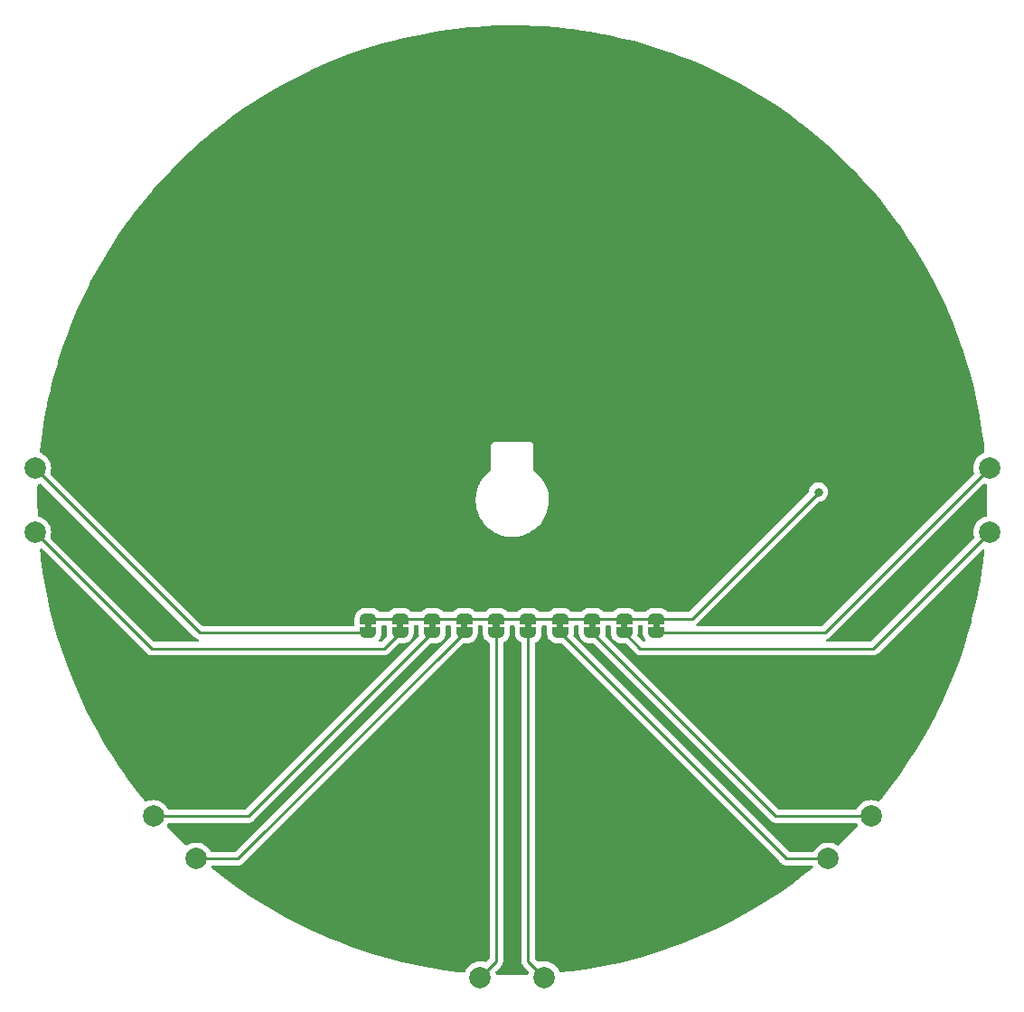
<source format=gbr>
%TF.GenerationSoftware,KiCad,Pcbnew,(6.0.1-0)*%
%TF.CreationDate,2022-09-11T15:05:22-04:00*%
%TF.ProjectId,record,7265636f-7264-42e6-9b69-6361645f7063,rev?*%
%TF.SameCoordinates,Original*%
%TF.FileFunction,Copper,L2,Bot*%
%TF.FilePolarity,Positive*%
%FSLAX46Y46*%
G04 Gerber Fmt 4.6, Leading zero omitted, Abs format (unit mm)*
G04 Created by KiCad (PCBNEW (6.0.1-0)) date 2022-09-11 15:05:22*
%MOMM*%
%LPD*%
G01*
G04 APERTURE LIST*
G04 Aperture macros list*
%AMFreePoly0*
4,1,22,0.500000,-0.750000,0.000000,-0.750000,0.000000,-0.745033,-0.079941,-0.743568,-0.215256,-0.701293,-0.333266,-0.622738,-0.424486,-0.514219,-0.481581,-0.384460,-0.499164,-0.250000,-0.500000,-0.250000,-0.500000,0.250000,-0.499164,0.250000,-0.499963,0.256109,-0.478152,0.396186,-0.417904,0.524511,-0.324060,0.630769,-0.204165,0.706417,-0.067858,0.745374,0.000000,0.744959,0.000000,0.750000,
0.500000,0.750000,0.500000,-0.750000,0.500000,-0.750000,$1*%
%AMFreePoly1*
4,1,20,0.000000,0.744959,0.073905,0.744508,0.209726,0.703889,0.328688,0.626782,0.421226,0.519385,0.479903,0.390333,0.500000,0.250000,0.500000,-0.250000,0.499851,-0.262216,0.476331,-0.402017,0.414519,-0.529596,0.319384,-0.634700,0.198574,-0.708877,0.061801,-0.746166,0.000000,-0.745033,0.000000,-0.750000,-0.500000,-0.750000,-0.500000,0.750000,0.000000,0.750000,0.000000,0.744959,
0.000000,0.744959,$1*%
G04 Aperture macros list end*
%TA.AperFunction,ComponentPad*%
%ADD10C,2.000000*%
%TD*%
%TA.AperFunction,SMDPad,CuDef*%
%ADD11FreePoly0,270.000000*%
%TD*%
%TA.AperFunction,SMDPad,CuDef*%
%ADD12FreePoly1,270.000000*%
%TD*%
%TA.AperFunction,ViaPad*%
%ADD13C,0.800000*%
%TD*%
%TA.AperFunction,Conductor*%
%ADD14C,0.250000*%
%TD*%
G04 APERTURE END LIST*
%TO.C,JP10*%
G36*
X58800000Y-57000000D02*
G01*
X58200000Y-57000000D01*
X58200000Y-56500000D01*
X58800000Y-56500000D01*
X58800000Y-57000000D01*
G37*
%TO.C,JP3*%
G36*
X37800000Y-57000000D02*
G01*
X37200000Y-57000000D01*
X37200000Y-56500000D01*
X37800000Y-56500000D01*
X37800000Y-57000000D01*
G37*
%TO.C,JP2*%
G36*
X34800000Y-57000000D02*
G01*
X34200000Y-57000000D01*
X34200000Y-56500000D01*
X34800000Y-56500000D01*
X34800000Y-57000000D01*
G37*
%TO.C,JP8*%
G36*
X52800000Y-57000000D02*
G01*
X52200000Y-57000000D01*
X52200000Y-56500000D01*
X52800000Y-56500000D01*
X52800000Y-57000000D01*
G37*
%TO.C,JP5*%
G36*
X43800000Y-57000000D02*
G01*
X43200000Y-57000000D01*
X43200000Y-56500000D01*
X43800000Y-56500000D01*
X43800000Y-57000000D01*
G37*
%TO.C,JP9*%
G36*
X55800000Y-57000000D02*
G01*
X55200000Y-57000000D01*
X55200000Y-56500000D01*
X55800000Y-56500000D01*
X55800000Y-57000000D01*
G37*
%TO.C,JP6*%
G36*
X46800000Y-57000000D02*
G01*
X46200000Y-57000000D01*
X46200000Y-56500000D01*
X46800000Y-56500000D01*
X46800000Y-57000000D01*
G37*
%TO.C,JP4*%
G36*
X40800000Y-57000000D02*
G01*
X40200000Y-57000000D01*
X40200000Y-56500000D01*
X40800000Y-56500000D01*
X40800000Y-57000000D01*
G37*
%TO.C,JP7*%
G36*
X49800000Y-57000000D02*
G01*
X49200000Y-57000000D01*
X49200000Y-56500000D01*
X49800000Y-56500000D01*
X49800000Y-57000000D01*
G37*
%TO.C,JP1*%
G36*
X31800000Y-57000000D02*
G01*
X31200000Y-57000000D01*
X31200000Y-56500000D01*
X31800000Y-56500000D01*
X31800000Y-57000000D01*
G37*
%TD*%
D10*
%TO.P,J3,1,Pin_1*%
%TO.N,Net-(J3-Pad1)*%
X300000Y-48000000D03*
%TD*%
%TO.P,J6,1,Pin_1*%
%TO.N,Net-(J6-Pad1)*%
X42000000Y-89700000D03*
%TD*%
%TO.P,J10,1,Pin_1*%
%TO.N,Net-(J10-Pad1)*%
X89700000Y-48000000D03*
%TD*%
%TO.P,J2,1,Pin_1*%
%TO.N,Net-(J2-Pad1)*%
X300000Y-42000000D03*
%TD*%
%TO.P,J4,1,Pin_1*%
%TO.N,Net-(J4-Pad1)*%
X11400000Y-74600000D03*
%TD*%
%TO.P,J11,1,Pin_1*%
%TO.N,Net-(J11-Pad1)*%
X89700000Y-42000000D03*
%TD*%
%TO.P,J7,1,Pin_1*%
%TO.N,Net-(J7-Pad1)*%
X48000000Y-89700000D03*
%TD*%
%TO.P,J8,1,Pin_1*%
%TO.N,Net-(J8-Pad1)*%
X74600000Y-78600000D03*
%TD*%
%TO.P,J5,1,Pin_1*%
%TO.N,Net-(J5-Pad1)*%
X15400000Y-78600000D03*
%TD*%
%TO.P,J9,1,Pin_1*%
%TO.N,Net-(J9-Pad1)*%
X78600000Y-74600000D03*
%TD*%
D11*
%TO.P,JP10,1,A*%
%TO.N,Net-(J1-Pad1)*%
X58500000Y-56100000D03*
D12*
%TO.P,JP10,2,B*%
%TO.N,Net-(J11-Pad1)*%
X58500000Y-57400000D03*
%TD*%
D11*
%TO.P,JP3,1,A*%
%TO.N,Net-(J1-Pad1)*%
X37500000Y-56100000D03*
D12*
%TO.P,JP3,2,B*%
%TO.N,Net-(J4-Pad1)*%
X37500000Y-57400000D03*
%TD*%
D11*
%TO.P,JP2,1,A*%
%TO.N,Net-(J1-Pad1)*%
X34500000Y-56100000D03*
D12*
%TO.P,JP2,2,B*%
%TO.N,Net-(J3-Pad1)*%
X34500000Y-57400000D03*
%TD*%
D11*
%TO.P,JP8,1,A*%
%TO.N,Net-(J1-Pad1)*%
X52500000Y-56100000D03*
D12*
%TO.P,JP8,2,B*%
%TO.N,Net-(J9-Pad1)*%
X52500000Y-57400000D03*
%TD*%
D11*
%TO.P,JP5,1,A*%
%TO.N,Net-(J1-Pad1)*%
X43500000Y-56100000D03*
D12*
%TO.P,JP5,2,B*%
%TO.N,Net-(J6-Pad1)*%
X43500000Y-57400000D03*
%TD*%
D11*
%TO.P,JP9,1,A*%
%TO.N,Net-(J1-Pad1)*%
X55500000Y-56100000D03*
D12*
%TO.P,JP9,2,B*%
%TO.N,Net-(J10-Pad1)*%
X55500000Y-57400000D03*
%TD*%
D11*
%TO.P,JP6,1,A*%
%TO.N,Net-(J1-Pad1)*%
X46500000Y-56100000D03*
D12*
%TO.P,JP6,2,B*%
%TO.N,Net-(J7-Pad1)*%
X46500000Y-57400000D03*
%TD*%
D11*
%TO.P,JP4,1,A*%
%TO.N,Net-(J1-Pad1)*%
X40500000Y-56100000D03*
D12*
%TO.P,JP4,2,B*%
%TO.N,Net-(J5-Pad1)*%
X40500000Y-57400000D03*
%TD*%
D11*
%TO.P,JP7,1,A*%
%TO.N,Net-(J1-Pad1)*%
X49500000Y-56100000D03*
D12*
%TO.P,JP7,2,B*%
%TO.N,Net-(J8-Pad1)*%
X49500000Y-57400000D03*
%TD*%
D11*
%TO.P,JP1,1,A*%
%TO.N,Net-(J1-Pad1)*%
X31500000Y-56100000D03*
D12*
%TO.P,JP1,2,B*%
%TO.N,Net-(J2-Pad1)*%
X31500000Y-57400000D03*
%TD*%
D13*
%TO.N,Net-(J1-Pad1)*%
X73687147Y-44244807D03*
%TD*%
D14*
%TO.N,Net-(J1-Pad1)*%
X61831954Y-56100000D02*
X73687147Y-44244807D01*
X58500000Y-56100000D02*
X61831954Y-56100000D01*
X58500000Y-56100000D02*
X55500000Y-56100000D01*
X46500000Y-56100000D02*
X43500000Y-56100000D01*
X31500000Y-56100000D02*
X34500000Y-56100000D01*
X49500000Y-56100000D02*
X46500000Y-56100000D01*
X52500000Y-56100000D02*
X49500000Y-56100000D01*
X34500000Y-56100000D02*
X37500000Y-56100000D01*
X43500000Y-56100000D02*
X40500000Y-56100000D01*
X55500000Y-56100000D02*
X52500000Y-56100000D01*
X37500000Y-56100000D02*
X40500000Y-56100000D01*
%TO.N,Net-(J2-Pad1)*%
X15700000Y-57400000D02*
X31500000Y-57400000D01*
X300000Y-42000000D02*
X15700000Y-57400000D01*
%TO.N,Net-(J3-Pad1)*%
X300000Y-48000000D02*
X11200000Y-58900000D01*
X11200000Y-58900000D02*
X33000000Y-58900000D01*
X33000000Y-58900000D02*
X34500000Y-57400000D01*
%TO.N,Net-(J4-Pad1)*%
X11400000Y-74600000D02*
X20300000Y-74600000D01*
X20300000Y-74600000D02*
X37500000Y-57400000D01*
%TO.N,Net-(J5-Pad1)*%
X19300000Y-78600000D02*
X40500000Y-57400000D01*
X15400000Y-78600000D02*
X19300000Y-78600000D01*
%TO.N,Net-(J6-Pad1)*%
X42000000Y-89700000D02*
X43500000Y-88200000D01*
X43500000Y-88200000D02*
X43500000Y-57400000D01*
%TO.N,Net-(J7-Pad1)*%
X46500000Y-88200000D02*
X48000000Y-89700000D01*
X46500000Y-57400000D02*
X46500000Y-88200000D01*
%TO.N,Net-(J8-Pad1)*%
X74600000Y-78600000D02*
X70700000Y-78600000D01*
X70700000Y-78600000D02*
X49500000Y-57400000D01*
%TO.N,Net-(J9-Pad1)*%
X78600000Y-74600000D02*
X69700000Y-74600000D01*
X69700000Y-74600000D02*
X52500000Y-57400000D01*
%TO.N,Net-(J10-Pad1)*%
X57000000Y-58900000D02*
X55500000Y-57400000D01*
X78800000Y-58900000D02*
X57000000Y-58900000D01*
X89700000Y-48000000D02*
X78800000Y-58900000D01*
%TO.N,Net-(J11-Pad1)*%
X89700000Y-42000000D02*
X74300000Y-57400000D01*
X74300000Y-57400000D02*
X58500000Y-57400000D01*
%TD*%
%TA.AperFunction,NonConductor*%
G36*
X45517165Y-515855D02*
G01*
X46240433Y-525323D01*
X46244120Y-525425D01*
X47124916Y-563112D01*
X47559265Y-581696D01*
X47562997Y-581911D01*
X48219436Y-629541D01*
X48875888Y-677171D01*
X48879581Y-677494D01*
X49893489Y-781377D01*
X50189049Y-811660D01*
X50192761Y-812096D01*
X50670727Y-875446D01*
X51497688Y-985051D01*
X51501342Y-985591D01*
X52800595Y-1197188D01*
X52804259Y-1197842D01*
X52942967Y-1224678D01*
X54096622Y-1447881D01*
X54100281Y-1448646D01*
X55384605Y-1736904D01*
X55388240Y-1737776D01*
X55964795Y-1885273D01*
X56663526Y-2064027D01*
X56667085Y-2064993D01*
X57932132Y-2428935D01*
X57935708Y-2430022D01*
X59189395Y-2831330D01*
X59192902Y-2832511D01*
X60080775Y-3146052D01*
X60434071Y-3270814D01*
X60437577Y-3272110D01*
X61665272Y-3747069D01*
X61668738Y-3748470D01*
X62881749Y-4259619D01*
X62885172Y-4261122D01*
X64082467Y-4808023D01*
X64085844Y-4809626D01*
X65266427Y-5391825D01*
X65269755Y-5393528D01*
X66432533Y-6010487D01*
X66435809Y-6012288D01*
X67579765Y-6663466D01*
X67582985Y-6665362D01*
X68707142Y-7350206D01*
X68710268Y-7352174D01*
X69132716Y-7627039D01*
X69813648Y-8070087D01*
X69816731Y-8072159D01*
X70898343Y-8822500D01*
X70901311Y-8824626D01*
X71960120Y-9606674D01*
X71963083Y-9608930D01*
X72083195Y-9703280D01*
X72998265Y-10422077D01*
X73001170Y-10424430D01*
X74011715Y-11267879D01*
X74014549Y-11270317D01*
X74999660Y-12143404D01*
X75002421Y-12145924D01*
X75961191Y-13047845D01*
X75963876Y-13050447D01*
X76895467Y-13980413D01*
X76898073Y-13983093D01*
X77801650Y-14940270D01*
X77804166Y-14943015D01*
X78678995Y-15926628D01*
X78681432Y-15929453D01*
X79526677Y-16938564D01*
X79528981Y-16941398D01*
X80155900Y-17736641D01*
X80343933Y-17975160D01*
X80346204Y-17978130D01*
X81130116Y-19035595D01*
X81132297Y-19038631D01*
X81219150Y-19163364D01*
X81671844Y-19813492D01*
X81884461Y-20118839D01*
X81886552Y-20121938D01*
X82606377Y-21224046D01*
X82608374Y-21227206D01*
X83295160Y-22350137D01*
X83297063Y-22353355D01*
X83950237Y-23496172D01*
X83952044Y-23499445D01*
X84571024Y-24661131D01*
X84572733Y-24664455D01*
X85157005Y-25844046D01*
X85158607Y-25847407D01*
X85452661Y-26488196D01*
X85707599Y-27043747D01*
X85709097Y-27047142D01*
X85967061Y-27656345D01*
X86222390Y-28259325D01*
X86223796Y-28262789D01*
X86700874Y-29489593D01*
X86702172Y-29493082D01*
X87107266Y-30633866D01*
X87142650Y-30733512D01*
X87143849Y-30737053D01*
X87547338Y-31990018D01*
X87548427Y-31993581D01*
X87591465Y-32142202D01*
X87914573Y-33257980D01*
X87915559Y-33261586D01*
X88244022Y-34536244D01*
X88244901Y-34539877D01*
X88535408Y-35823735D01*
X88536179Y-35827393D01*
X88788472Y-37119310D01*
X88789134Y-37122989D01*
X89002988Y-38421808D01*
X89003541Y-38425506D01*
X89178775Y-39730139D01*
X89179217Y-39733851D01*
X89254303Y-40454292D01*
X89241470Y-40524119D01*
X89192923Y-40575923D01*
X89177200Y-40583762D01*
X89017611Y-40649865D01*
X89017607Y-40649867D01*
X89013037Y-40651760D01*
X89008817Y-40654346D01*
X88814798Y-40773241D01*
X88814792Y-40773245D01*
X88810584Y-40775824D01*
X88630031Y-40930031D01*
X88475824Y-41110584D01*
X88473245Y-41114792D01*
X88473241Y-41114798D01*
X88354346Y-41308817D01*
X88351760Y-41313037D01*
X88260895Y-41532406D01*
X88205465Y-41763289D01*
X88186835Y-42000000D01*
X88205465Y-42236711D01*
X88206619Y-42241518D01*
X88206620Y-42241524D01*
X88259060Y-42459951D01*
X88255513Y-42530859D01*
X88225637Y-42578459D01*
X81135380Y-49668715D01*
X74074500Y-56729595D01*
X74012188Y-56763621D01*
X73985405Y-56766500D01*
X62370521Y-56766500D01*
X62302400Y-56746498D01*
X62255907Y-56692842D01*
X62245803Y-56622568D01*
X62273436Y-56560185D01*
X62297252Y-56531396D01*
X62305242Y-56522616D01*
X73637647Y-45190212D01*
X73699959Y-45156186D01*
X73726742Y-45153307D01*
X73782634Y-45153307D01*
X73789086Y-45151935D01*
X73789091Y-45151935D01*
X73876034Y-45133454D01*
X73969435Y-45113601D01*
X73975466Y-45110916D01*
X74137869Y-45038610D01*
X74137871Y-45038609D01*
X74143899Y-45035925D01*
X74298400Y-44923673D01*
X74426187Y-44781751D01*
X74521674Y-44616363D01*
X74580689Y-44434735D01*
X74600651Y-44244807D01*
X74598054Y-44220100D01*
X74581379Y-44061442D01*
X74581379Y-44061440D01*
X74580689Y-44054879D01*
X74521674Y-43873251D01*
X74426187Y-43707863D01*
X74409306Y-43689114D01*
X74302822Y-43570852D01*
X74302821Y-43570851D01*
X74298400Y-43565941D01*
X74143899Y-43453689D01*
X74137871Y-43451005D01*
X74137869Y-43451004D01*
X73975466Y-43378698D01*
X73975465Y-43378698D01*
X73969435Y-43376013D01*
X73870375Y-43354957D01*
X73789091Y-43337679D01*
X73789086Y-43337679D01*
X73782634Y-43336307D01*
X73591660Y-43336307D01*
X73585208Y-43337679D01*
X73585203Y-43337679D01*
X73503919Y-43354957D01*
X73404859Y-43376013D01*
X73398829Y-43378698D01*
X73398828Y-43378698D01*
X73236425Y-43451004D01*
X73236423Y-43451005D01*
X73230395Y-43453689D01*
X73075894Y-43565941D01*
X73071473Y-43570851D01*
X73071472Y-43570852D01*
X72964989Y-43689114D01*
X72948107Y-43707863D01*
X72852620Y-43873251D01*
X72793605Y-44054879D01*
X72792915Y-44061440D01*
X72792915Y-44061442D01*
X72776240Y-44220100D01*
X72749227Y-44285757D01*
X72740025Y-44296025D01*
X61606454Y-55429595D01*
X61544142Y-55463621D01*
X61517359Y-55466500D01*
X59600168Y-55466500D01*
X59532047Y-55446498D01*
X59504215Y-55422164D01*
X59477663Y-55390966D01*
X59474754Y-55387548D01*
X59367403Y-55292740D01*
X59341204Y-55275530D01*
X59249414Y-55215236D01*
X59245666Y-55212774D01*
X59241609Y-55210869D01*
X59241605Y-55210867D01*
X59132809Y-55159787D01*
X59116021Y-55151905D01*
X59111738Y-55150596D01*
X59111734Y-55150594D01*
X58981011Y-55110628D01*
X58976723Y-55109317D01*
X58972300Y-55108628D01*
X58972294Y-55108627D01*
X58912432Y-55099307D01*
X58835205Y-55087283D01*
X58830738Y-55087228D01*
X58830733Y-55087228D01*
X58757169Y-55086329D01*
X58689562Y-55085503D01*
X58685277Y-55086063D01*
X58678240Y-55086271D01*
X58288953Y-55086271D01*
X58288953Y-55086273D01*
X58285986Y-55086682D01*
X58189562Y-55085504D01*
X58185120Y-55086085D01*
X58185117Y-55086085D01*
X58051998Y-55103492D01*
X58051996Y-55103492D01*
X58047548Y-55104074D01*
X57907252Y-55143245D01*
X57776159Y-55200928D01*
X57701045Y-55247683D01*
X57656306Y-55275530D01*
X57656302Y-55275533D01*
X57652504Y-55277897D01*
X57542869Y-55370054D01*
X57524172Y-55390966D01*
X57494204Y-55424483D01*
X57433888Y-55461933D01*
X57400274Y-55466500D01*
X56600168Y-55466500D01*
X56532047Y-55446498D01*
X56504215Y-55422164D01*
X56477663Y-55390966D01*
X56474754Y-55387548D01*
X56367403Y-55292740D01*
X56341204Y-55275530D01*
X56249414Y-55215236D01*
X56245666Y-55212774D01*
X56241609Y-55210869D01*
X56241605Y-55210867D01*
X56132809Y-55159787D01*
X56116021Y-55151905D01*
X56111738Y-55150596D01*
X56111734Y-55150594D01*
X55981011Y-55110628D01*
X55976723Y-55109317D01*
X55972300Y-55108628D01*
X55972294Y-55108627D01*
X55912432Y-55099307D01*
X55835205Y-55087283D01*
X55830738Y-55087228D01*
X55830733Y-55087228D01*
X55757169Y-55086329D01*
X55689562Y-55085503D01*
X55685277Y-55086063D01*
X55678240Y-55086271D01*
X55288953Y-55086271D01*
X55288953Y-55086273D01*
X55285986Y-55086682D01*
X55189562Y-55085504D01*
X55185120Y-55086085D01*
X55185117Y-55086085D01*
X55051998Y-55103492D01*
X55051996Y-55103492D01*
X55047548Y-55104074D01*
X54907252Y-55143245D01*
X54776159Y-55200928D01*
X54701045Y-55247683D01*
X54656306Y-55275530D01*
X54656302Y-55275533D01*
X54652504Y-55277897D01*
X54542869Y-55370054D01*
X54524172Y-55390966D01*
X54494204Y-55424483D01*
X54433888Y-55461933D01*
X54400274Y-55466500D01*
X53600168Y-55466500D01*
X53532047Y-55446498D01*
X53504215Y-55422164D01*
X53477663Y-55390966D01*
X53474754Y-55387548D01*
X53367403Y-55292740D01*
X53341204Y-55275530D01*
X53249414Y-55215236D01*
X53245666Y-55212774D01*
X53241609Y-55210869D01*
X53241605Y-55210867D01*
X53132809Y-55159787D01*
X53116021Y-55151905D01*
X53111738Y-55150596D01*
X53111734Y-55150594D01*
X52981011Y-55110628D01*
X52976723Y-55109317D01*
X52972300Y-55108628D01*
X52972294Y-55108627D01*
X52912432Y-55099307D01*
X52835205Y-55087283D01*
X52830738Y-55087228D01*
X52830733Y-55087228D01*
X52757169Y-55086329D01*
X52689562Y-55085503D01*
X52685277Y-55086063D01*
X52678240Y-55086271D01*
X52288953Y-55086271D01*
X52288953Y-55086273D01*
X52285986Y-55086682D01*
X52189562Y-55085504D01*
X52185120Y-55086085D01*
X52185117Y-55086085D01*
X52051998Y-55103492D01*
X52051996Y-55103492D01*
X52047548Y-55104074D01*
X51907252Y-55143245D01*
X51776159Y-55200928D01*
X51701045Y-55247683D01*
X51656306Y-55275530D01*
X51656302Y-55275533D01*
X51652504Y-55277897D01*
X51542869Y-55370054D01*
X51524172Y-55390966D01*
X51494204Y-55424483D01*
X51433888Y-55461933D01*
X51400274Y-55466500D01*
X50600168Y-55466500D01*
X50532047Y-55446498D01*
X50504215Y-55422164D01*
X50477663Y-55390966D01*
X50474754Y-55387548D01*
X50367403Y-55292740D01*
X50341204Y-55275530D01*
X50249414Y-55215236D01*
X50245666Y-55212774D01*
X50241609Y-55210869D01*
X50241605Y-55210867D01*
X50132809Y-55159787D01*
X50116021Y-55151905D01*
X50111738Y-55150596D01*
X50111734Y-55150594D01*
X49981011Y-55110628D01*
X49976723Y-55109317D01*
X49972300Y-55108628D01*
X49972294Y-55108627D01*
X49912432Y-55099307D01*
X49835205Y-55087283D01*
X49830738Y-55087228D01*
X49830733Y-55087228D01*
X49757169Y-55086329D01*
X49689562Y-55085503D01*
X49685277Y-55086063D01*
X49678240Y-55086271D01*
X49288953Y-55086271D01*
X49288953Y-55086273D01*
X49285986Y-55086682D01*
X49189562Y-55085504D01*
X49185120Y-55086085D01*
X49185117Y-55086085D01*
X49051998Y-55103492D01*
X49051996Y-55103492D01*
X49047548Y-55104074D01*
X48907252Y-55143245D01*
X48776159Y-55200928D01*
X48701045Y-55247683D01*
X48656306Y-55275530D01*
X48656302Y-55275533D01*
X48652504Y-55277897D01*
X48542869Y-55370054D01*
X48524172Y-55390966D01*
X48494204Y-55424483D01*
X48433888Y-55461933D01*
X48400274Y-55466500D01*
X47600168Y-55466500D01*
X47532047Y-55446498D01*
X47504215Y-55422164D01*
X47477663Y-55390966D01*
X47474754Y-55387548D01*
X47367403Y-55292740D01*
X47341204Y-55275530D01*
X47249414Y-55215236D01*
X47245666Y-55212774D01*
X47241609Y-55210869D01*
X47241605Y-55210867D01*
X47132809Y-55159787D01*
X47116021Y-55151905D01*
X47111738Y-55150596D01*
X47111734Y-55150594D01*
X46981011Y-55110628D01*
X46976723Y-55109317D01*
X46972300Y-55108628D01*
X46972294Y-55108627D01*
X46912432Y-55099307D01*
X46835205Y-55087283D01*
X46830738Y-55087228D01*
X46830733Y-55087228D01*
X46757169Y-55086329D01*
X46689562Y-55085503D01*
X46685277Y-55086063D01*
X46678240Y-55086271D01*
X46288953Y-55086271D01*
X46288953Y-55086273D01*
X46285986Y-55086682D01*
X46189562Y-55085504D01*
X46185120Y-55086085D01*
X46185117Y-55086085D01*
X46051998Y-55103492D01*
X46051996Y-55103492D01*
X46047548Y-55104074D01*
X45907252Y-55143245D01*
X45776159Y-55200928D01*
X45701045Y-55247683D01*
X45656306Y-55275530D01*
X45656302Y-55275533D01*
X45652504Y-55277897D01*
X45542869Y-55370054D01*
X45524172Y-55390966D01*
X45494204Y-55424483D01*
X45433888Y-55461933D01*
X45400274Y-55466500D01*
X44600168Y-55466500D01*
X44532047Y-55446498D01*
X44504215Y-55422164D01*
X44477663Y-55390966D01*
X44474754Y-55387548D01*
X44367403Y-55292740D01*
X44341204Y-55275530D01*
X44249414Y-55215236D01*
X44245666Y-55212774D01*
X44241609Y-55210869D01*
X44241605Y-55210867D01*
X44132809Y-55159787D01*
X44116021Y-55151905D01*
X44111738Y-55150596D01*
X44111734Y-55150594D01*
X43981011Y-55110628D01*
X43976723Y-55109317D01*
X43972300Y-55108628D01*
X43972294Y-55108627D01*
X43912432Y-55099307D01*
X43835205Y-55087283D01*
X43830738Y-55087228D01*
X43830733Y-55087228D01*
X43757169Y-55086329D01*
X43689562Y-55085503D01*
X43685277Y-55086063D01*
X43678240Y-55086271D01*
X43288953Y-55086271D01*
X43288953Y-55086273D01*
X43285986Y-55086682D01*
X43189562Y-55085504D01*
X43185120Y-55086085D01*
X43185117Y-55086085D01*
X43051998Y-55103492D01*
X43051996Y-55103492D01*
X43047548Y-55104074D01*
X42907252Y-55143245D01*
X42776159Y-55200928D01*
X42701045Y-55247683D01*
X42656306Y-55275530D01*
X42656302Y-55275533D01*
X42652504Y-55277897D01*
X42542869Y-55370054D01*
X42524172Y-55390966D01*
X42494204Y-55424483D01*
X42433888Y-55461933D01*
X42400274Y-55466500D01*
X41600168Y-55466500D01*
X41532047Y-55446498D01*
X41504215Y-55422164D01*
X41477663Y-55390966D01*
X41474754Y-55387548D01*
X41367403Y-55292740D01*
X41341204Y-55275530D01*
X41249414Y-55215236D01*
X41245666Y-55212774D01*
X41241609Y-55210869D01*
X41241605Y-55210867D01*
X41132809Y-55159787D01*
X41116021Y-55151905D01*
X41111738Y-55150596D01*
X41111734Y-55150594D01*
X40981011Y-55110628D01*
X40976723Y-55109317D01*
X40972300Y-55108628D01*
X40972294Y-55108627D01*
X40912432Y-55099307D01*
X40835205Y-55087283D01*
X40830738Y-55087228D01*
X40830733Y-55087228D01*
X40757169Y-55086329D01*
X40689562Y-55085503D01*
X40685277Y-55086063D01*
X40678240Y-55086271D01*
X40288953Y-55086271D01*
X40288953Y-55086273D01*
X40285986Y-55086682D01*
X40189562Y-55085504D01*
X40185120Y-55086085D01*
X40185117Y-55086085D01*
X40051998Y-55103492D01*
X40051996Y-55103492D01*
X40047548Y-55104074D01*
X39907252Y-55143245D01*
X39776159Y-55200928D01*
X39701045Y-55247683D01*
X39656306Y-55275530D01*
X39656302Y-55275533D01*
X39652504Y-55277897D01*
X39542869Y-55370054D01*
X39524172Y-55390966D01*
X39494204Y-55424483D01*
X39433888Y-55461933D01*
X39400274Y-55466500D01*
X38600168Y-55466500D01*
X38532047Y-55446498D01*
X38504215Y-55422164D01*
X38477663Y-55390966D01*
X38474754Y-55387548D01*
X38367403Y-55292740D01*
X38341204Y-55275530D01*
X38249414Y-55215236D01*
X38245666Y-55212774D01*
X38241609Y-55210869D01*
X38241605Y-55210867D01*
X38132809Y-55159787D01*
X38116021Y-55151905D01*
X38111738Y-55150596D01*
X38111734Y-55150594D01*
X37981011Y-55110628D01*
X37976723Y-55109317D01*
X37972300Y-55108628D01*
X37972294Y-55108627D01*
X37912432Y-55099307D01*
X37835205Y-55087283D01*
X37830738Y-55087228D01*
X37830733Y-55087228D01*
X37757169Y-55086329D01*
X37689562Y-55085503D01*
X37685277Y-55086063D01*
X37678240Y-55086271D01*
X37288953Y-55086271D01*
X37288953Y-55086273D01*
X37285986Y-55086682D01*
X37189562Y-55085504D01*
X37185120Y-55086085D01*
X37185117Y-55086085D01*
X37051998Y-55103492D01*
X37051996Y-55103492D01*
X37047548Y-55104074D01*
X36907252Y-55143245D01*
X36776159Y-55200928D01*
X36701045Y-55247683D01*
X36656306Y-55275530D01*
X36656302Y-55275533D01*
X36652504Y-55277897D01*
X36542869Y-55370054D01*
X36524172Y-55390966D01*
X36494204Y-55424483D01*
X36433888Y-55461933D01*
X36400274Y-55466500D01*
X35600168Y-55466500D01*
X35532047Y-55446498D01*
X35504215Y-55422164D01*
X35477663Y-55390966D01*
X35474754Y-55387548D01*
X35367403Y-55292740D01*
X35341204Y-55275530D01*
X35249414Y-55215236D01*
X35245666Y-55212774D01*
X35241609Y-55210869D01*
X35241605Y-55210867D01*
X35132809Y-55159787D01*
X35116021Y-55151905D01*
X35111738Y-55150596D01*
X35111734Y-55150594D01*
X34981011Y-55110628D01*
X34976723Y-55109317D01*
X34972300Y-55108628D01*
X34972294Y-55108627D01*
X34912432Y-55099307D01*
X34835205Y-55087283D01*
X34830738Y-55087228D01*
X34830733Y-55087228D01*
X34757169Y-55086329D01*
X34689562Y-55085503D01*
X34685277Y-55086063D01*
X34678240Y-55086271D01*
X34288953Y-55086271D01*
X34288953Y-55086273D01*
X34285986Y-55086682D01*
X34189562Y-55085504D01*
X34185120Y-55086085D01*
X34185117Y-55086085D01*
X34051998Y-55103492D01*
X34051996Y-55103492D01*
X34047548Y-55104074D01*
X33907252Y-55143245D01*
X33776159Y-55200928D01*
X33701045Y-55247683D01*
X33656306Y-55275530D01*
X33656302Y-55275533D01*
X33652504Y-55277897D01*
X33542869Y-55370054D01*
X33524172Y-55390966D01*
X33494204Y-55424483D01*
X33433888Y-55461933D01*
X33400274Y-55466500D01*
X32600168Y-55466500D01*
X32532047Y-55446498D01*
X32504215Y-55422164D01*
X32477663Y-55390966D01*
X32474754Y-55387548D01*
X32367403Y-55292740D01*
X32341204Y-55275530D01*
X32249414Y-55215236D01*
X32245666Y-55212774D01*
X32241609Y-55210869D01*
X32241605Y-55210867D01*
X32132809Y-55159787D01*
X32116021Y-55151905D01*
X32111738Y-55150596D01*
X32111734Y-55150594D01*
X31981011Y-55110628D01*
X31976723Y-55109317D01*
X31972300Y-55108628D01*
X31972294Y-55108627D01*
X31912432Y-55099307D01*
X31835205Y-55087283D01*
X31830738Y-55087228D01*
X31830733Y-55087228D01*
X31757169Y-55086329D01*
X31689562Y-55085503D01*
X31685277Y-55086063D01*
X31678240Y-55086271D01*
X31288953Y-55086271D01*
X31288953Y-55086273D01*
X31285986Y-55086682D01*
X31189562Y-55085504D01*
X31185120Y-55086085D01*
X31185117Y-55086085D01*
X31051998Y-55103492D01*
X31051996Y-55103492D01*
X31047548Y-55104074D01*
X30907252Y-55143245D01*
X30776159Y-55200928D01*
X30701045Y-55247683D01*
X30656306Y-55275530D01*
X30656302Y-55275533D01*
X30652504Y-55277897D01*
X30542869Y-55370054D01*
X30445782Y-55478639D01*
X30366419Y-55597864D01*
X30303711Y-55729333D01*
X30261001Y-55866039D01*
X30237713Y-56009821D01*
X30235088Y-56153020D01*
X30235641Y-56157465D01*
X30235878Y-56161944D01*
X30235751Y-56161951D01*
X30236271Y-56170339D01*
X30236271Y-56600000D01*
X30236432Y-56602248D01*
X30238525Y-56631510D01*
X30223434Y-56700884D01*
X30173232Y-56751087D01*
X30112846Y-56766500D01*
X16014594Y-56766500D01*
X15946473Y-56746498D01*
X15925499Y-56729595D01*
X4303286Y-45107381D01*
X41573348Y-45107381D01*
X41573630Y-45110711D01*
X41573630Y-45110718D01*
X41603739Y-45466558D01*
X41604022Y-45469902D01*
X41604655Y-45473184D01*
X41604656Y-45473190D01*
X41635962Y-45635461D01*
X41672940Y-45827131D01*
X41673915Y-45830319D01*
X41728177Y-46007771D01*
X41779326Y-46175045D01*
X41780634Y-46178115D01*
X41780636Y-46178119D01*
X41908301Y-46477632D01*
X41921981Y-46509727D01*
X41923612Y-46512649D01*
X42072301Y-46779035D01*
X42099300Y-46827406D01*
X42101224Y-46830128D01*
X42101227Y-46830133D01*
X42307352Y-47121773D01*
X42307358Y-47121781D01*
X42309285Y-47124507D01*
X42311497Y-47127022D01*
X42311498Y-47127023D01*
X42475118Y-47313037D01*
X42549572Y-47397682D01*
X42552028Y-47399939D01*
X42585324Y-47430537D01*
X42817455Y-47643855D01*
X43109916Y-47860255D01*
X43423663Y-48044443D01*
X43426709Y-48045820D01*
X43426714Y-48045823D01*
X43752111Y-48192968D01*
X43755161Y-48194347D01*
X43862648Y-48229789D01*
X44097502Y-48307230D01*
X44097512Y-48307233D01*
X44100679Y-48308277D01*
X44103955Y-48308983D01*
X44103954Y-48308983D01*
X44453048Y-48384245D01*
X44453053Y-48384246D01*
X44456324Y-48384951D01*
X44459643Y-48385305D01*
X44459651Y-48385306D01*
X44814767Y-48423151D01*
X44814774Y-48423151D01*
X44818092Y-48423505D01*
X45181908Y-48423505D01*
X45185226Y-48423151D01*
X45185233Y-48423151D01*
X45540349Y-48385306D01*
X45540357Y-48385305D01*
X45543676Y-48384951D01*
X45546947Y-48384246D01*
X45546952Y-48384245D01*
X45896046Y-48308983D01*
X45896045Y-48308983D01*
X45899321Y-48308277D01*
X45902488Y-48307233D01*
X45902498Y-48307230D01*
X46137352Y-48229789D01*
X46244839Y-48194347D01*
X46247889Y-48192968D01*
X46573286Y-48045823D01*
X46573291Y-48045820D01*
X46576337Y-48044443D01*
X46890084Y-47860255D01*
X47182545Y-47643855D01*
X47414676Y-47430537D01*
X47447972Y-47399939D01*
X47450428Y-47397682D01*
X47524883Y-47313037D01*
X47688502Y-47127023D01*
X47688503Y-47127022D01*
X47690715Y-47124507D01*
X47692642Y-47121781D01*
X47692648Y-47121773D01*
X47898773Y-46830133D01*
X47898776Y-46830128D01*
X47900700Y-46827406D01*
X47927700Y-46779035D01*
X48076388Y-46512649D01*
X48078019Y-46509727D01*
X48091700Y-46477632D01*
X48219364Y-46178119D01*
X48219366Y-46178115D01*
X48220674Y-46175045D01*
X48271824Y-46007771D01*
X48326085Y-45830319D01*
X48327060Y-45827131D01*
X48364038Y-45635461D01*
X48395344Y-45473190D01*
X48395345Y-45473184D01*
X48395978Y-45469902D01*
X48396261Y-45466558D01*
X48426370Y-45110718D01*
X48426370Y-45110711D01*
X48426652Y-45107381D01*
X48418736Y-44743650D01*
X48403100Y-44622086D01*
X48372749Y-44386134D01*
X48372749Y-44386133D01*
X48372321Y-44382807D01*
X48287927Y-44028914D01*
X48166507Y-43685957D01*
X48164592Y-43681955D01*
X48049224Y-43440940D01*
X48009426Y-43357798D01*
X47997019Y-43337679D01*
X47820210Y-43050978D01*
X47820206Y-43050972D01*
X47818455Y-43048133D01*
X47595744Y-42760449D01*
X47343801Y-42497986D01*
X47215604Y-42390079D01*
X47068010Y-42265844D01*
X47068002Y-42265838D01*
X47065462Y-42263700D01*
X47062707Y-42261841D01*
X47060017Y-42259811D01*
X47060672Y-42258943D01*
X47018249Y-42207720D01*
X47008000Y-42157945D01*
X47008000Y-40008702D01*
X47008002Y-40007932D01*
X47008421Y-39939322D01*
X47008476Y-39930348D01*
X47006010Y-39921719D01*
X47006009Y-39921714D01*
X47000361Y-39901952D01*
X46996783Y-39885191D01*
X46993870Y-39864848D01*
X46993867Y-39864838D01*
X46992595Y-39855955D01*
X46981979Y-39832605D01*
X46975536Y-39815093D01*
X46970954Y-39799063D01*
X46968488Y-39790435D01*
X46952726Y-39765452D01*
X46944596Y-39750386D01*
X46932367Y-39723490D01*
X46915626Y-39704061D01*
X46904521Y-39689053D01*
X46895630Y-39674961D01*
X46890840Y-39667369D01*
X46868703Y-39647818D01*
X46856659Y-39635626D01*
X46843239Y-39620051D01*
X46843237Y-39620050D01*
X46837381Y-39613253D01*
X46829853Y-39608374D01*
X46829850Y-39608371D01*
X46815861Y-39599304D01*
X46800987Y-39588014D01*
X46788502Y-39576988D01*
X46781772Y-39571044D01*
X46773646Y-39567229D01*
X46773645Y-39567228D01*
X46767979Y-39564568D01*
X46755034Y-39558490D01*
X46740065Y-39550176D01*
X46715273Y-39534107D01*
X46690709Y-39526761D01*
X46673264Y-39520099D01*
X46668827Y-39518016D01*
X46650052Y-39509201D01*
X46620870Y-39504657D01*
X46604151Y-39500874D01*
X46584464Y-39494986D01*
X46584461Y-39494985D01*
X46575859Y-39492413D01*
X46566884Y-39492358D01*
X46566883Y-39492358D01*
X46560190Y-39492317D01*
X46541444Y-39492203D01*
X46540672Y-39492170D01*
X46539577Y-39492000D01*
X46508702Y-39492000D01*
X46507932Y-39491998D01*
X46434284Y-39491548D01*
X46434283Y-39491548D01*
X46430348Y-39491524D01*
X46429004Y-39491908D01*
X46427659Y-39492000D01*
X43508702Y-39492000D01*
X43507932Y-39491998D01*
X43507078Y-39491993D01*
X43430348Y-39491524D01*
X43421719Y-39493990D01*
X43421714Y-39493991D01*
X43401952Y-39499639D01*
X43385191Y-39503217D01*
X43364848Y-39506130D01*
X43364838Y-39506133D01*
X43355955Y-39507405D01*
X43332605Y-39518021D01*
X43315093Y-39524464D01*
X43307057Y-39526761D01*
X43290435Y-39531512D01*
X43265452Y-39547274D01*
X43250386Y-39555404D01*
X43223490Y-39567633D01*
X43204061Y-39584374D01*
X43189053Y-39595479D01*
X43167369Y-39609160D01*
X43161427Y-39615888D01*
X43147819Y-39631296D01*
X43135627Y-39643340D01*
X43113253Y-39662619D01*
X43108374Y-39670147D01*
X43108371Y-39670150D01*
X43099304Y-39684139D01*
X43088014Y-39699013D01*
X43071044Y-39718228D01*
X43058490Y-39744966D01*
X43050176Y-39759935D01*
X43034107Y-39784727D01*
X43031535Y-39793327D01*
X43026761Y-39809290D01*
X43020099Y-39826736D01*
X43009201Y-39849948D01*
X43004658Y-39879128D01*
X43000874Y-39895849D01*
X42994986Y-39915536D01*
X42994985Y-39915539D01*
X42992413Y-39924141D01*
X42992358Y-39933116D01*
X42992358Y-39933117D01*
X42992203Y-39958546D01*
X42992170Y-39959328D01*
X42992000Y-39960423D01*
X42992000Y-39991298D01*
X42991998Y-39992068D01*
X42991524Y-40069652D01*
X42991908Y-40070996D01*
X42992000Y-40072341D01*
X42992000Y-42157945D01*
X42971998Y-42226066D01*
X42939553Y-42259246D01*
X42939981Y-42259813D01*
X42937301Y-42261836D01*
X42934538Y-42263700D01*
X42656199Y-42497986D01*
X42404256Y-42760449D01*
X42181545Y-43048133D01*
X42179794Y-43050972D01*
X42179790Y-43050978D01*
X42002981Y-43337679D01*
X41990574Y-43357798D01*
X41950776Y-43440940D01*
X41835409Y-43681955D01*
X41833493Y-43685957D01*
X41712073Y-44028914D01*
X41627679Y-44382807D01*
X41627251Y-44386133D01*
X41627251Y-44386134D01*
X41596901Y-44622086D01*
X41581264Y-44743650D01*
X41573348Y-45107381D01*
X4303286Y-45107381D01*
X1774364Y-42578459D01*
X1740338Y-42516147D01*
X1740940Y-42459950D01*
X1793380Y-42241524D01*
X1793381Y-42241518D01*
X1794535Y-42236711D01*
X1813165Y-42000000D01*
X1794535Y-41763289D01*
X1739105Y-41532406D01*
X1648240Y-41313037D01*
X1645654Y-41308817D01*
X1526759Y-41114798D01*
X1526755Y-41114792D01*
X1524176Y-41110584D01*
X1369969Y-40930031D01*
X1189416Y-40775824D01*
X1185208Y-40773245D01*
X1185202Y-40773241D01*
X991183Y-40654346D01*
X986963Y-40651760D01*
X982393Y-40649867D01*
X982389Y-40649865D01*
X822762Y-40583746D01*
X767481Y-40539198D01*
X745060Y-40471834D01*
X745614Y-40454713D01*
X802673Y-39888063D01*
X803103Y-39884350D01*
X973774Y-38579178D01*
X974313Y-38575479D01*
X1183634Y-37275899D01*
X1184283Y-37272217D01*
X1397493Y-36159813D01*
X1432076Y-35979379D01*
X1432831Y-35975736D01*
X1530428Y-35537316D01*
X1718854Y-34690877D01*
X1719714Y-34687267D01*
X1757147Y-34539877D01*
X2043736Y-33411428D01*
X2044705Y-33407837D01*
X2087535Y-33257980D01*
X2406427Y-32142194D01*
X2407505Y-32138624D01*
X2454222Y-31991798D01*
X2806623Y-30884243D01*
X2807787Y-30880764D01*
X3243953Y-29638745D01*
X3245243Y-29635239D01*
X3718043Y-28406759D01*
X3719438Y-28403290D01*
X4228462Y-27189404D01*
X4229958Y-27185979D01*
X4774789Y-25987688D01*
X4776387Y-25984308D01*
X5356511Y-24802739D01*
X5358208Y-24799408D01*
X5431268Y-24661131D01*
X5973137Y-23635554D01*
X5974932Y-23632275D01*
X6624127Y-22487160D01*
X6626019Y-22483936D01*
X7308886Y-21358604D01*
X7310873Y-21355437D01*
X7395033Y-21225595D01*
X8026808Y-20250886D01*
X8028887Y-20247779D01*
X8777316Y-19164892D01*
X8779487Y-19161849D01*
X9169581Y-18631770D01*
X9559679Y-18101687D01*
X9561936Y-18098713D01*
X10373266Y-17062125D01*
X10375614Y-17059216D01*
X11217300Y-16047198D01*
X11219733Y-16044359D01*
X11323709Y-15926628D01*
X12091115Y-15057706D01*
X12093593Y-15054983D01*
X12993861Y-14094618D01*
X12996457Y-14091930D01*
X13924779Y-13158734D01*
X13927454Y-13156123D01*
X14883088Y-12250843D01*
X14885840Y-12248313D01*
X15867876Y-11371813D01*
X15870702Y-11369365D01*
X16197922Y-11094308D01*
X16878319Y-10522374D01*
X16881213Y-10520014D01*
X17913544Y-9703265D01*
X17916468Y-9701021D01*
X18972558Y-8915269D01*
X18975590Y-8913082D01*
X20054521Y-8159009D01*
X20057617Y-8156913D01*
X20865808Y-7627039D01*
X21158445Y-7435178D01*
X21161566Y-7433197D01*
X22283345Y-6744422D01*
X22286527Y-6742533D01*
X22830022Y-6430640D01*
X23428244Y-6087342D01*
X23431514Y-6085530D01*
X24592092Y-5464537D01*
X24595413Y-5462822D01*
X25773983Y-4876492D01*
X25777355Y-4874877D01*
X26229969Y-4666219D01*
X26972755Y-4323790D01*
X26976129Y-4322295D01*
X27726476Y-4003018D01*
X28187400Y-3806893D01*
X28190861Y-3805481D01*
X29416842Y-3326258D01*
X29420344Y-3324949D01*
X30659978Y-2882316D01*
X30663516Y-2881111D01*
X31915795Y-2475428D01*
X31919369Y-2474329D01*
X32071380Y-2430022D01*
X32472363Y-2313146D01*
X33183073Y-2105993D01*
X33186677Y-2105000D01*
X33918120Y-1915155D01*
X34460826Y-1774297D01*
X34464405Y-1773424D01*
X35747757Y-1480676D01*
X35751383Y-1479904D01*
X37042911Y-1225346D01*
X37046589Y-1224678D01*
X37413633Y-1163585D01*
X38345050Y-1008554D01*
X38348712Y-1008001D01*
X38909743Y-931648D01*
X39653023Y-830492D01*
X39656734Y-830043D01*
X40965710Y-691309D01*
X40969433Y-690970D01*
X41710234Y-634619D01*
X42281988Y-591127D01*
X42285684Y-590901D01*
X43600607Y-530040D01*
X43604304Y-529924D01*
X44262410Y-519011D01*
X44920496Y-508099D01*
X44924234Y-508093D01*
X45517165Y-515855D01*
G37*
%TD.AperFunction*%
%TA.AperFunction,NonConductor*%
G36*
X89240049Y-43440940D02*
G01*
X89254824Y-43444487D01*
X89371922Y-43472600D01*
X89433491Y-43507952D01*
X89466174Y-43570979D01*
X89468383Y-43589512D01*
X89472334Y-43678217D01*
X89472444Y-43681934D01*
X89480893Y-44251372D01*
X89491975Y-44998342D01*
X89491981Y-45001640D01*
X89480567Y-46007771D01*
X89480487Y-46011033D01*
X89474214Y-46178119D01*
X89465497Y-46410309D01*
X89442954Y-46477632D01*
X89387591Y-46522079D01*
X89369001Y-46528100D01*
X89237227Y-46559737D01*
X89237220Y-46559739D01*
X89232406Y-46560895D01*
X89227835Y-46562788D01*
X89227833Y-46562789D01*
X89017611Y-46649865D01*
X89017607Y-46649867D01*
X89013037Y-46651760D01*
X89008817Y-46654346D01*
X88814798Y-46773241D01*
X88814792Y-46773245D01*
X88810584Y-46775824D01*
X88630031Y-46930031D01*
X88475824Y-47110584D01*
X88473245Y-47114792D01*
X88473241Y-47114798D01*
X88465750Y-47127023D01*
X88351760Y-47313037D01*
X88349867Y-47317607D01*
X88349865Y-47317611D01*
X88262789Y-47527833D01*
X88260895Y-47532406D01*
X88259740Y-47537218D01*
X88234139Y-47643855D01*
X88205465Y-47763289D01*
X88186835Y-48000000D01*
X88205465Y-48236711D01*
X88206619Y-48241518D01*
X88206620Y-48241524D01*
X88259060Y-48459951D01*
X88255513Y-48530859D01*
X88225636Y-48578460D01*
X78574500Y-58229595D01*
X78512188Y-58263621D01*
X78485405Y-58266500D01*
X74486197Y-58266500D01*
X74418076Y-58246498D01*
X74371583Y-58192842D01*
X74361479Y-58122568D01*
X74390973Y-58057988D01*
X74453822Y-58019102D01*
X74458797Y-58018474D01*
X74466168Y-58015555D01*
X74466170Y-58015555D01*
X74499912Y-58002196D01*
X74511142Y-57998351D01*
X74545983Y-57988229D01*
X74545984Y-57988229D01*
X74553593Y-57986018D01*
X74560412Y-57981985D01*
X74560417Y-57981983D01*
X74571028Y-57975707D01*
X74588776Y-57967012D01*
X74607617Y-57959552D01*
X74643387Y-57933564D01*
X74653307Y-57927048D01*
X74684535Y-57908580D01*
X74684538Y-57908578D01*
X74691362Y-57904542D01*
X74705683Y-57890221D01*
X74720717Y-57877380D01*
X74726290Y-57873331D01*
X74737107Y-57865472D01*
X74765298Y-57831395D01*
X74773288Y-57822616D01*
X89121541Y-43474364D01*
X89183853Y-43440338D01*
X89240049Y-43440940D01*
G37*
%TD.AperFunction*%
%TA.AperFunction,NonConductor*%
G36*
X33182920Y-56753502D02*
G01*
X33229413Y-56807158D01*
X33239516Y-56877432D01*
X33236271Y-56900000D01*
X33236271Y-57387322D01*
X33236250Y-57389630D01*
X33235088Y-57453020D01*
X33235641Y-57457459D01*
X33246556Y-57545082D01*
X33253093Y-57597565D01*
X33254269Y-57601877D01*
X33254271Y-57601889D01*
X33266732Y-57647595D01*
X33265352Y-57718578D01*
X33234264Y-57769831D01*
X32774500Y-58229595D01*
X32712188Y-58263621D01*
X32685405Y-58266500D01*
X32616412Y-58266500D01*
X32548291Y-58246498D01*
X32501798Y-58192842D01*
X32491694Y-58122568D01*
X32521463Y-58057671D01*
X32540628Y-58035702D01*
X32561750Y-58011489D01*
X32567774Y-58002196D01*
X32628452Y-57908580D01*
X32639650Y-57891304D01*
X32651667Y-57865296D01*
X32698868Y-57763145D01*
X32698869Y-57763143D01*
X32700748Y-57759076D01*
X32734088Y-57647592D01*
X32740499Y-57626156D01*
X32740501Y-57626148D01*
X32741784Y-57621858D01*
X32744770Y-57601881D01*
X32762650Y-57482235D01*
X32762650Y-57482232D01*
X32763312Y-57477804D01*
X32764187Y-57334583D01*
X32763852Y-57332139D01*
X32763729Y-57328344D01*
X32763729Y-56900000D01*
X32761475Y-56868489D01*
X32776566Y-56799116D01*
X32826768Y-56748913D01*
X32887154Y-56733500D01*
X33114799Y-56733500D01*
X33182920Y-56753502D01*
G37*
%TD.AperFunction*%
%TA.AperFunction,NonConductor*%
G36*
X830859Y-43444487D02*
G01*
X878460Y-43474364D01*
X15196348Y-57792253D01*
X15203888Y-57800539D01*
X15208000Y-57807018D01*
X15213777Y-57812443D01*
X15257651Y-57853643D01*
X15260493Y-57856398D01*
X15280230Y-57876135D01*
X15283427Y-57878615D01*
X15292447Y-57886318D01*
X15324679Y-57916586D01*
X15331625Y-57920405D01*
X15331628Y-57920407D01*
X15342434Y-57926348D01*
X15358953Y-57937199D01*
X15374959Y-57949614D01*
X15382228Y-57952759D01*
X15382232Y-57952762D01*
X15415537Y-57967174D01*
X15426187Y-57972391D01*
X15464940Y-57993695D01*
X15472615Y-57995666D01*
X15472616Y-57995666D01*
X15484562Y-57998733D01*
X15503267Y-58005137D01*
X15521855Y-58013181D01*
X15529680Y-58014421D01*
X15529689Y-58014423D01*
X15539974Y-58016052D01*
X15604127Y-58046465D01*
X15641653Y-58106733D01*
X15640638Y-58177723D01*
X15601405Y-58236894D01*
X15536409Y-58265461D01*
X15520262Y-58266500D01*
X11514594Y-58266500D01*
X11446473Y-58246498D01*
X11425499Y-58229595D01*
X1774364Y-48578459D01*
X1740338Y-48516147D01*
X1740940Y-48459950D01*
X1793380Y-48241524D01*
X1793381Y-48241518D01*
X1794535Y-48236711D01*
X1813165Y-48000000D01*
X1794535Y-47763289D01*
X1765862Y-47643855D01*
X1740260Y-47537218D01*
X1739105Y-47532406D01*
X1737211Y-47527833D01*
X1650135Y-47317611D01*
X1650133Y-47317607D01*
X1648240Y-47313037D01*
X1534250Y-47127023D01*
X1526759Y-47114798D01*
X1526755Y-47114792D01*
X1524176Y-47110584D01*
X1369969Y-46930031D01*
X1189416Y-46775824D01*
X1185208Y-46773245D01*
X1185202Y-46773241D01*
X991183Y-46654346D01*
X986963Y-46651760D01*
X982393Y-46649867D01*
X982389Y-46649865D01*
X772167Y-46562789D01*
X772165Y-46562788D01*
X767594Y-46560895D01*
X627777Y-46527328D01*
X566210Y-46491977D01*
X533527Y-46428951D01*
X531214Y-46407119D01*
X531032Y-46397157D01*
X508305Y-45157158D01*
X508292Y-45153435D01*
X508294Y-45153307D01*
X517347Y-44355339D01*
X523225Y-43837199D01*
X523323Y-43833462D01*
X533333Y-43589536D01*
X556111Y-43522292D01*
X611628Y-43478039D01*
X629808Y-43472185D01*
X739958Y-43445740D01*
X759951Y-43440940D01*
X830859Y-43444487D01*
G37*
%TD.AperFunction*%
%TA.AperFunction,NonConductor*%
G36*
X57182920Y-56753502D02*
G01*
X57229413Y-56807158D01*
X57239516Y-56877432D01*
X57236271Y-56900000D01*
X57236271Y-57387322D01*
X57236250Y-57389630D01*
X57235088Y-57453020D01*
X57235641Y-57457459D01*
X57246556Y-57545082D01*
X57253093Y-57597565D01*
X57290766Y-57735745D01*
X57292548Y-57739862D01*
X57292549Y-57739866D01*
X57341785Y-57853643D01*
X57348612Y-57869420D01*
X57423552Y-57991472D01*
X57426415Y-57994920D01*
X57426416Y-57994922D01*
X57480458Y-58060016D01*
X57508581Y-58125204D01*
X57496996Y-58195249D01*
X57449382Y-58247912D01*
X57383513Y-58266500D01*
X57314595Y-58266500D01*
X57246474Y-58246498D01*
X57225500Y-58229595D01*
X56766397Y-57770492D01*
X56732371Y-57708180D01*
X56734774Y-57645297D01*
X56741784Y-57621858D01*
X56744770Y-57601881D01*
X56762650Y-57482235D01*
X56762650Y-57482232D01*
X56763312Y-57477804D01*
X56764187Y-57334583D01*
X56763852Y-57332139D01*
X56763729Y-57328344D01*
X56763729Y-56900000D01*
X56761475Y-56868489D01*
X56776566Y-56799116D01*
X56826768Y-56748913D01*
X56887154Y-56733500D01*
X57114799Y-56733500D01*
X57182920Y-56753502D01*
G37*
%TD.AperFunction*%
%TA.AperFunction,NonConductor*%
G36*
X955871Y-49554613D02*
G01*
X973130Y-49569034D01*
X10696348Y-59292253D01*
X10703888Y-59300539D01*
X10708000Y-59307018D01*
X10713777Y-59312443D01*
X10757651Y-59353643D01*
X10760493Y-59356398D01*
X10780230Y-59376135D01*
X10783427Y-59378615D01*
X10792447Y-59386318D01*
X10824679Y-59416586D01*
X10831625Y-59420405D01*
X10831628Y-59420407D01*
X10842434Y-59426348D01*
X10858953Y-59437199D01*
X10874959Y-59449614D01*
X10882228Y-59452759D01*
X10882232Y-59452762D01*
X10915537Y-59467174D01*
X10926186Y-59472390D01*
X10964940Y-59493695D01*
X10972615Y-59495666D01*
X10972616Y-59495666D01*
X10984562Y-59498733D01*
X11003266Y-59505137D01*
X11003269Y-59505138D01*
X11021855Y-59513181D01*
X11029678Y-59514420D01*
X11029688Y-59514423D01*
X11065524Y-59520099D01*
X11077144Y-59522505D01*
X11108959Y-59530673D01*
X11119970Y-59533500D01*
X11140224Y-59533500D01*
X11159934Y-59535051D01*
X11179943Y-59538220D01*
X11187835Y-59537474D01*
X11206580Y-59535702D01*
X11223962Y-59534059D01*
X11235819Y-59533500D01*
X32921233Y-59533500D01*
X32932416Y-59534027D01*
X32939909Y-59535702D01*
X32947835Y-59535453D01*
X32947836Y-59535453D01*
X33007986Y-59533562D01*
X33011945Y-59533500D01*
X33039856Y-59533500D01*
X33043791Y-59533003D01*
X33043856Y-59532995D01*
X33055693Y-59532062D01*
X33087951Y-59531048D01*
X33091970Y-59530922D01*
X33099889Y-59530673D01*
X33119343Y-59525021D01*
X33138700Y-59521013D01*
X33150930Y-59519468D01*
X33150931Y-59519468D01*
X33158797Y-59518474D01*
X33166168Y-59515555D01*
X33166170Y-59515555D01*
X33199912Y-59502196D01*
X33211142Y-59498351D01*
X33245983Y-59488229D01*
X33245984Y-59488229D01*
X33253593Y-59486018D01*
X33260412Y-59481985D01*
X33260417Y-59481983D01*
X33271028Y-59475707D01*
X33288776Y-59467012D01*
X33307617Y-59459552D01*
X33327987Y-59444753D01*
X33343387Y-59433564D01*
X33353307Y-59427048D01*
X33384535Y-59408580D01*
X33384538Y-59408578D01*
X33391362Y-59404542D01*
X33405683Y-59390221D01*
X33420717Y-59377380D01*
X33422432Y-59376134D01*
X33437107Y-59365472D01*
X33465298Y-59331395D01*
X33473288Y-59322616D01*
X34345270Y-58450634D01*
X34407582Y-58416608D01*
X34434365Y-58413729D01*
X34670519Y-58413729D01*
X34681778Y-58414233D01*
X34731373Y-58418682D01*
X34733795Y-58418712D01*
X34733802Y-58418712D01*
X34737116Y-58418752D01*
X34743715Y-58418833D01*
X34780007Y-58416471D01*
X34820408Y-58413841D01*
X34820418Y-58413840D01*
X34822829Y-58413683D01*
X34840202Y-58411195D01*
X34960161Y-58394016D01*
X34960167Y-58394015D01*
X34964606Y-58393379D01*
X34968911Y-58392120D01*
X34968916Y-58392119D01*
X35100108Y-58353755D01*
X35104410Y-58352497D01*
X35234789Y-58293217D01*
X35238562Y-58290804D01*
X35238568Y-58290801D01*
X35353721Y-58217157D01*
X35353722Y-58217156D01*
X35357497Y-58214742D01*
X35465998Y-58121252D01*
X35561750Y-58011489D01*
X35567774Y-58002196D01*
X35628452Y-57908580D01*
X35639650Y-57891304D01*
X35651667Y-57865296D01*
X35698868Y-57763145D01*
X35698869Y-57763143D01*
X35700748Y-57759076D01*
X35734088Y-57647592D01*
X35740499Y-57626156D01*
X35740501Y-57626148D01*
X35741784Y-57621858D01*
X35744770Y-57601881D01*
X35762650Y-57482235D01*
X35762650Y-57482232D01*
X35763312Y-57477804D01*
X35764187Y-57334583D01*
X35763852Y-57332139D01*
X35763729Y-57328344D01*
X35763729Y-56900000D01*
X35761475Y-56868489D01*
X35776566Y-56799116D01*
X35826768Y-56748913D01*
X35887154Y-56733500D01*
X36114799Y-56733500D01*
X36182920Y-56753502D01*
X36229413Y-56807158D01*
X36239516Y-56877432D01*
X36236271Y-56900000D01*
X36236271Y-57387322D01*
X36236250Y-57389630D01*
X36235088Y-57453020D01*
X36235641Y-57457459D01*
X36246556Y-57545082D01*
X36253093Y-57597565D01*
X36254269Y-57601877D01*
X36254271Y-57601889D01*
X36266732Y-57647595D01*
X36265352Y-57718578D01*
X36234264Y-57769831D01*
X20074500Y-73929595D01*
X20012188Y-73963621D01*
X19985405Y-73966500D01*
X12851566Y-73966500D01*
X12783445Y-73946498D01*
X12744133Y-73906335D01*
X12626759Y-73714798D01*
X12626755Y-73714792D01*
X12624176Y-73710584D01*
X12469969Y-73530031D01*
X12289416Y-73375824D01*
X12285208Y-73373245D01*
X12285202Y-73373241D01*
X12091183Y-73254346D01*
X12086963Y-73251760D01*
X12082393Y-73249867D01*
X12082389Y-73249865D01*
X11872167Y-73162789D01*
X11872165Y-73162788D01*
X11867594Y-73160895D01*
X11787391Y-73141640D01*
X11641524Y-73106620D01*
X11641518Y-73106619D01*
X11636711Y-73105465D01*
X11400000Y-73086835D01*
X11163289Y-73105465D01*
X11158482Y-73106619D01*
X11158476Y-73106620D01*
X11012609Y-73141640D01*
X10932406Y-73160895D01*
X10927839Y-73162787D01*
X10927832Y-73162789D01*
X10737002Y-73241833D01*
X10666412Y-73249422D01*
X10602925Y-73217642D01*
X10592475Y-73206668D01*
X10590230Y-73204006D01*
X10571503Y-73181807D01*
X10569140Y-73178920D01*
X10496024Y-73086835D01*
X9750611Y-72148042D01*
X9748330Y-72145080D01*
X8960747Y-71090379D01*
X8958555Y-71087351D01*
X8693869Y-70710041D01*
X8202587Y-70009719D01*
X8200498Y-70006645D01*
X7476861Y-68907103D01*
X7474852Y-68903950D01*
X6784135Y-67783399D01*
X6782221Y-67780188D01*
X6125054Y-66639644D01*
X6123236Y-66636377D01*
X5675928Y-65803897D01*
X5500196Y-65476842D01*
X5498505Y-65473582D01*
X5094738Y-64665517D01*
X4910118Y-64296034D01*
X4908497Y-64292666D01*
X4355315Y-63098210D01*
X4353795Y-63094795D01*
X3836308Y-61884492D01*
X3834889Y-61881033D01*
X3353520Y-60655873D01*
X3352205Y-60652373D01*
X2907402Y-59413493D01*
X2906191Y-59409957D01*
X2498340Y-58158438D01*
X2497234Y-58154867D01*
X2465432Y-58046465D01*
X2126669Y-56891724D01*
X2125688Y-56888189D01*
X1857367Y-55861760D01*
X1792762Y-55614620D01*
X1791871Y-55610990D01*
X1496889Y-54328178D01*
X1496105Y-54324522D01*
X1239304Y-53033496D01*
X1238629Y-53029819D01*
X1020238Y-51731726D01*
X1019673Y-51728031D01*
X839894Y-50424078D01*
X839438Y-50420368D01*
X802040Y-50073285D01*
X758760Y-49671627D01*
X771349Y-49601756D01*
X819715Y-49549782D01*
X888502Y-49532208D01*
X955871Y-49554613D01*
G37*
%TD.AperFunction*%
%TA.AperFunction,NonConductor*%
G36*
X89161598Y-49538473D02*
G01*
X89218434Y-49581020D01*
X89243245Y-49647540D01*
X89242975Y-49668715D01*
X89214905Y-49957592D01*
X89214489Y-49961307D01*
X89048368Y-51267133D01*
X89047844Y-51270814D01*
X88975837Y-51728031D01*
X88843061Y-52571103D01*
X88842429Y-52574763D01*
X88721852Y-53215967D01*
X88599151Y-53868465D01*
X88598405Y-53872128D01*
X88316878Y-55157937D01*
X88316025Y-55161577D01*
X88065677Y-56161951D01*
X87996454Y-56438559D01*
X87995497Y-56442153D01*
X87868695Y-56891758D01*
X87638194Y-57709053D01*
X87637126Y-57712635D01*
X87242405Y-58968347D01*
X87241232Y-58971896D01*
X86809413Y-60215405D01*
X86808134Y-60218918D01*
X86339637Y-61449012D01*
X86338262Y-61452469D01*
X85833453Y-62668185D01*
X85831968Y-62671616D01*
X85291330Y-63871786D01*
X85289744Y-63875171D01*
X84713754Y-65058746D01*
X84712069Y-65062083D01*
X84101193Y-66228102D01*
X84099409Y-66231387D01*
X83454223Y-67378746D01*
X83452342Y-67381977D01*
X82773422Y-68509661D01*
X82771447Y-68512835D01*
X82059342Y-69619926D01*
X82057273Y-69623040D01*
X81312655Y-70708494D01*
X81310495Y-70711545D01*
X80533983Y-71774459D01*
X80531733Y-71777444D01*
X79724069Y-72816804D01*
X79721732Y-72819722D01*
X79404389Y-73204006D01*
X79345590Y-73243795D01*
X79274613Y-73245479D01*
X79259016Y-73240184D01*
X79072167Y-73162789D01*
X79072165Y-73162788D01*
X79067594Y-73160895D01*
X78987391Y-73141640D01*
X78841524Y-73106620D01*
X78841518Y-73106619D01*
X78836711Y-73105465D01*
X78600000Y-73086835D01*
X78363289Y-73105465D01*
X78358482Y-73106619D01*
X78358476Y-73106620D01*
X78212609Y-73141640D01*
X78132406Y-73160895D01*
X78127835Y-73162788D01*
X78127833Y-73162789D01*
X77917611Y-73249865D01*
X77917607Y-73249867D01*
X77913037Y-73251760D01*
X77908817Y-73254346D01*
X77714798Y-73373241D01*
X77714792Y-73373245D01*
X77710584Y-73375824D01*
X77530031Y-73530031D01*
X77375824Y-73710584D01*
X77373245Y-73714792D01*
X77373241Y-73714798D01*
X77255867Y-73906335D01*
X77203219Y-73953966D01*
X77148434Y-73966500D01*
X70014595Y-73966500D01*
X69946474Y-73946498D01*
X69925500Y-73929595D01*
X53766397Y-57770492D01*
X53732371Y-57708180D01*
X53734774Y-57645297D01*
X53741784Y-57621858D01*
X53744770Y-57601881D01*
X53762650Y-57482235D01*
X53762650Y-57482232D01*
X53763312Y-57477804D01*
X53764187Y-57334583D01*
X53763852Y-57332139D01*
X53763729Y-57328344D01*
X53763729Y-56900000D01*
X53761475Y-56868489D01*
X53776566Y-56799116D01*
X53826768Y-56748913D01*
X53887154Y-56733500D01*
X54114799Y-56733500D01*
X54182920Y-56753502D01*
X54229413Y-56807158D01*
X54239516Y-56877432D01*
X54236271Y-56900000D01*
X54236271Y-57387322D01*
X54236250Y-57389630D01*
X54235088Y-57453020D01*
X54235641Y-57457459D01*
X54246556Y-57545082D01*
X54253093Y-57597565D01*
X54290766Y-57735745D01*
X54292548Y-57739862D01*
X54292549Y-57739866D01*
X54341785Y-57853643D01*
X54348612Y-57869420D01*
X54423552Y-57991472D01*
X54426415Y-57994920D01*
X54426416Y-57994922D01*
X54462363Y-58038220D01*
X54516592Y-58103540D01*
X54622776Y-58199654D01*
X54626492Y-58202161D01*
X54626494Y-58202162D01*
X54739817Y-58278599D01*
X54739822Y-58278602D01*
X54743536Y-58281107D01*
X54747573Y-58283063D01*
X54747575Y-58283064D01*
X54763551Y-58290804D01*
X54872428Y-58343554D01*
X55011188Y-58387838D01*
X55152426Y-58411600D01*
X55231373Y-58418682D01*
X55233795Y-58418712D01*
X55233802Y-58418712D01*
X55237116Y-58418752D01*
X55243715Y-58418833D01*
X55318035Y-58413995D01*
X55326221Y-58413729D01*
X55565635Y-58413729D01*
X55633756Y-58433731D01*
X55654730Y-58450634D01*
X56496343Y-59292247D01*
X56503887Y-59300537D01*
X56508000Y-59307018D01*
X56513777Y-59312443D01*
X56557667Y-59353658D01*
X56560494Y-59356398D01*
X56580230Y-59376134D01*
X56583420Y-59378608D01*
X56592447Y-59386318D01*
X56624679Y-59416586D01*
X56635858Y-59422732D01*
X56642432Y-59426346D01*
X56658956Y-59437199D01*
X56674959Y-59449613D01*
X56715539Y-59467174D01*
X56726173Y-59472383D01*
X56764940Y-59493695D01*
X56772617Y-59495666D01*
X56772622Y-59495668D01*
X56784558Y-59498732D01*
X56803266Y-59505137D01*
X56821855Y-59513181D01*
X56829680Y-59514420D01*
X56829682Y-59514421D01*
X56865519Y-59520097D01*
X56877140Y-59522504D01*
X56908959Y-59530673D01*
X56919970Y-59533500D01*
X56940231Y-59533500D01*
X56959940Y-59535051D01*
X56979943Y-59538219D01*
X56987835Y-59537473D01*
X56993062Y-59536979D01*
X57023954Y-59534059D01*
X57035811Y-59533500D01*
X78721233Y-59533500D01*
X78732416Y-59534027D01*
X78739909Y-59535702D01*
X78747835Y-59535453D01*
X78747836Y-59535453D01*
X78807986Y-59533562D01*
X78811945Y-59533500D01*
X78839856Y-59533500D01*
X78843791Y-59533003D01*
X78843856Y-59532995D01*
X78855693Y-59532062D01*
X78887951Y-59531048D01*
X78891970Y-59530922D01*
X78899889Y-59530673D01*
X78919343Y-59525021D01*
X78938700Y-59521013D01*
X78950930Y-59519468D01*
X78950931Y-59519468D01*
X78958797Y-59518474D01*
X78966168Y-59515555D01*
X78966170Y-59515555D01*
X78999912Y-59502196D01*
X79011142Y-59498351D01*
X79045983Y-59488229D01*
X79045984Y-59488229D01*
X79053593Y-59486018D01*
X79060412Y-59481985D01*
X79060417Y-59481983D01*
X79071028Y-59475707D01*
X79088776Y-59467012D01*
X79107617Y-59459552D01*
X79127987Y-59444753D01*
X79143387Y-59433564D01*
X79153307Y-59427048D01*
X79184535Y-59408580D01*
X79184538Y-59408578D01*
X79191362Y-59404542D01*
X79205683Y-59390221D01*
X79220717Y-59377380D01*
X79222432Y-59376134D01*
X79237107Y-59365472D01*
X79265298Y-59331395D01*
X79273288Y-59322616D01*
X89028471Y-49567434D01*
X89090783Y-49533408D01*
X89161598Y-49538473D01*
G37*
%TD.AperFunction*%
%TA.AperFunction,NonConductor*%
G36*
X39182920Y-56753502D02*
G01*
X39229413Y-56807158D01*
X39239516Y-56877432D01*
X39236271Y-56900000D01*
X39236271Y-57387322D01*
X39236250Y-57389630D01*
X39235088Y-57453020D01*
X39235641Y-57457459D01*
X39246556Y-57545082D01*
X39253093Y-57597565D01*
X39266733Y-57647595D01*
X39265354Y-57718575D01*
X39234265Y-57769831D01*
X19074500Y-77929595D01*
X19012188Y-77963621D01*
X18985405Y-77966500D01*
X16851566Y-77966500D01*
X16783445Y-77946498D01*
X16744133Y-77906335D01*
X16626759Y-77714798D01*
X16626755Y-77714792D01*
X16624176Y-77710584D01*
X16469969Y-77530031D01*
X16289416Y-77375824D01*
X16285208Y-77373245D01*
X16285202Y-77373241D01*
X16091183Y-77254346D01*
X16086963Y-77251760D01*
X16082393Y-77249867D01*
X16082389Y-77249865D01*
X15872167Y-77162789D01*
X15872165Y-77162788D01*
X15867594Y-77160895D01*
X15787391Y-77141640D01*
X15641524Y-77106620D01*
X15641518Y-77106619D01*
X15636711Y-77105465D01*
X15400000Y-77086835D01*
X15163289Y-77105465D01*
X15158482Y-77106619D01*
X15158476Y-77106620D01*
X15012609Y-77141640D01*
X14932406Y-77160895D01*
X14927835Y-77162788D01*
X14927833Y-77162789D01*
X14717611Y-77249865D01*
X14717607Y-77249867D01*
X14713037Y-77251760D01*
X14708818Y-77254345D01*
X14708807Y-77254351D01*
X14579065Y-77333858D01*
X14510532Y-77352397D01*
X14442855Y-77330941D01*
X14427218Y-77318502D01*
X14358545Y-77254351D01*
X14150510Y-77060016D01*
X14147829Y-77057435D01*
X13212999Y-76130726D01*
X13210384Y-76128055D01*
X12682659Y-75572920D01*
X12650221Y-75509767D01*
X12657076Y-75439102D01*
X12666548Y-75420273D01*
X12744134Y-75293665D01*
X12796781Y-75246034D01*
X12851566Y-75233500D01*
X20221233Y-75233500D01*
X20232416Y-75234027D01*
X20239909Y-75235702D01*
X20247835Y-75235453D01*
X20247836Y-75235453D01*
X20307986Y-75233562D01*
X20311945Y-75233500D01*
X20339856Y-75233500D01*
X20343791Y-75233003D01*
X20343856Y-75232995D01*
X20355693Y-75232062D01*
X20387951Y-75231048D01*
X20391970Y-75230922D01*
X20399889Y-75230673D01*
X20419343Y-75225021D01*
X20438700Y-75221013D01*
X20450930Y-75219468D01*
X20450931Y-75219468D01*
X20458797Y-75218474D01*
X20466168Y-75215555D01*
X20466170Y-75215555D01*
X20499912Y-75202196D01*
X20511142Y-75198351D01*
X20545983Y-75188229D01*
X20545984Y-75188229D01*
X20553593Y-75186018D01*
X20560412Y-75181985D01*
X20560417Y-75181983D01*
X20571028Y-75175707D01*
X20588776Y-75167012D01*
X20607617Y-75159552D01*
X20627987Y-75144753D01*
X20643387Y-75133564D01*
X20653307Y-75127048D01*
X20684535Y-75108580D01*
X20684538Y-75108578D01*
X20691362Y-75104542D01*
X20705683Y-75090221D01*
X20720717Y-75077380D01*
X20722432Y-75076134D01*
X20737107Y-75065472D01*
X20765298Y-75031395D01*
X20773288Y-75022616D01*
X37345270Y-58450634D01*
X37407582Y-58416608D01*
X37434365Y-58413729D01*
X37670519Y-58413729D01*
X37681778Y-58414233D01*
X37731373Y-58418682D01*
X37733795Y-58418712D01*
X37733802Y-58418712D01*
X37737116Y-58418752D01*
X37743715Y-58418833D01*
X37780007Y-58416471D01*
X37820408Y-58413841D01*
X37820418Y-58413840D01*
X37822829Y-58413683D01*
X37840202Y-58411195D01*
X37960161Y-58394016D01*
X37960167Y-58394015D01*
X37964606Y-58393379D01*
X37968911Y-58392120D01*
X37968916Y-58392119D01*
X38100108Y-58353755D01*
X38104410Y-58352497D01*
X38234789Y-58293217D01*
X38238562Y-58290804D01*
X38238568Y-58290801D01*
X38353721Y-58217157D01*
X38353722Y-58217156D01*
X38357497Y-58214742D01*
X38465998Y-58121252D01*
X38561750Y-58011489D01*
X38567774Y-58002196D01*
X38628452Y-57908580D01*
X38639650Y-57891304D01*
X38651667Y-57865296D01*
X38698868Y-57763145D01*
X38698869Y-57763143D01*
X38700748Y-57759076D01*
X38734088Y-57647592D01*
X38740499Y-57626156D01*
X38740501Y-57626148D01*
X38741784Y-57621858D01*
X38744770Y-57601881D01*
X38762650Y-57482235D01*
X38762650Y-57482232D01*
X38763312Y-57477804D01*
X38764187Y-57334583D01*
X38763852Y-57332139D01*
X38763729Y-57328344D01*
X38763729Y-56900000D01*
X38761475Y-56868489D01*
X38776566Y-56799116D01*
X38826768Y-56748913D01*
X38887154Y-56733500D01*
X39114799Y-56733500D01*
X39182920Y-56753502D01*
G37*
%TD.AperFunction*%
%TA.AperFunction,NonConductor*%
G36*
X51182920Y-56753502D02*
G01*
X51229413Y-56807158D01*
X51239516Y-56877432D01*
X51236271Y-56900000D01*
X51236271Y-57387322D01*
X51236250Y-57389630D01*
X51235088Y-57453020D01*
X51235641Y-57457459D01*
X51246556Y-57545082D01*
X51253093Y-57597565D01*
X51290766Y-57735745D01*
X51292548Y-57739862D01*
X51292549Y-57739866D01*
X51341785Y-57853643D01*
X51348612Y-57869420D01*
X51423552Y-57991472D01*
X51426415Y-57994920D01*
X51426416Y-57994922D01*
X51462363Y-58038220D01*
X51516592Y-58103540D01*
X51622776Y-58199654D01*
X51626492Y-58202161D01*
X51626494Y-58202162D01*
X51739817Y-58278599D01*
X51739822Y-58278602D01*
X51743536Y-58281107D01*
X51747573Y-58283063D01*
X51747575Y-58283064D01*
X51763551Y-58290804D01*
X51872428Y-58343554D01*
X52011188Y-58387838D01*
X52152426Y-58411600D01*
X52231373Y-58418682D01*
X52233795Y-58418712D01*
X52233802Y-58418712D01*
X52237116Y-58418752D01*
X52243715Y-58418833D01*
X52318035Y-58413995D01*
X52326221Y-58413729D01*
X52565635Y-58413729D01*
X52633756Y-58433731D01*
X52654730Y-58450634D01*
X69196343Y-74992247D01*
X69203887Y-75000537D01*
X69208000Y-75007018D01*
X69213777Y-75012443D01*
X69257667Y-75053658D01*
X69260509Y-75056413D01*
X69280230Y-75076134D01*
X69283425Y-75078612D01*
X69292447Y-75086318D01*
X69324679Y-75116586D01*
X69331628Y-75120406D01*
X69342432Y-75126346D01*
X69358956Y-75137199D01*
X69374959Y-75149613D01*
X69415543Y-75167176D01*
X69426173Y-75172383D01*
X69464940Y-75193695D01*
X69472617Y-75195666D01*
X69472622Y-75195668D01*
X69484558Y-75198732D01*
X69503266Y-75205137D01*
X69521855Y-75213181D01*
X69529683Y-75214421D01*
X69529690Y-75214423D01*
X69565524Y-75220099D01*
X69577144Y-75222505D01*
X69608959Y-75230673D01*
X69619970Y-75233500D01*
X69640224Y-75233500D01*
X69659934Y-75235051D01*
X69679943Y-75238220D01*
X69687835Y-75237474D01*
X69706580Y-75235702D01*
X69723962Y-75234059D01*
X69735819Y-75233500D01*
X77148434Y-75233500D01*
X77216555Y-75253502D01*
X77255867Y-75293665D01*
X77334160Y-75421428D01*
X77352698Y-75489962D01*
X77331241Y-75557639D01*
X77318959Y-75573107D01*
X77113813Y-75793484D01*
X77111268Y-75796138D01*
X76783382Y-76128055D01*
X76186171Y-76732607D01*
X76183505Y-76735227D01*
X75573306Y-77317328D01*
X75510209Y-77349875D01*
X75439532Y-77343144D01*
X75420499Y-77333591D01*
X75291183Y-77254346D01*
X75286963Y-77251760D01*
X75282393Y-77249867D01*
X75282389Y-77249865D01*
X75072167Y-77162789D01*
X75072165Y-77162788D01*
X75067594Y-77160895D01*
X74987391Y-77141640D01*
X74841524Y-77106620D01*
X74841518Y-77106619D01*
X74836711Y-77105465D01*
X74600000Y-77086835D01*
X74363289Y-77105465D01*
X74358482Y-77106619D01*
X74358476Y-77106620D01*
X74212609Y-77141640D01*
X74132406Y-77160895D01*
X74127835Y-77162788D01*
X74127833Y-77162789D01*
X73917611Y-77249865D01*
X73917607Y-77249867D01*
X73913037Y-77251760D01*
X73908817Y-77254346D01*
X73714798Y-77373241D01*
X73714792Y-77373245D01*
X73710584Y-77375824D01*
X73530031Y-77530031D01*
X73375824Y-77710584D01*
X73373245Y-77714792D01*
X73373241Y-77714798D01*
X73255867Y-77906335D01*
X73203219Y-77953966D01*
X73148434Y-77966500D01*
X71014594Y-77966500D01*
X70946473Y-77946498D01*
X70925499Y-77929595D01*
X50766397Y-57770492D01*
X50732371Y-57708180D01*
X50734774Y-57645297D01*
X50741784Y-57621858D01*
X50744770Y-57601881D01*
X50762650Y-57482235D01*
X50762650Y-57482232D01*
X50763312Y-57477804D01*
X50764187Y-57334583D01*
X50763852Y-57332139D01*
X50763729Y-57328344D01*
X50763729Y-56900000D01*
X50761475Y-56868489D01*
X50776566Y-56799116D01*
X50826768Y-56748913D01*
X50887154Y-56733500D01*
X51114799Y-56733500D01*
X51182920Y-56753502D01*
G37*
%TD.AperFunction*%
%TA.AperFunction,NonConductor*%
G36*
X48182920Y-56753502D02*
G01*
X48229413Y-56807158D01*
X48239516Y-56877432D01*
X48236271Y-56900000D01*
X48236271Y-57387322D01*
X48236250Y-57389630D01*
X48235088Y-57453020D01*
X48235641Y-57457459D01*
X48246556Y-57545082D01*
X48253093Y-57597565D01*
X48290766Y-57735745D01*
X48292548Y-57739862D01*
X48292549Y-57739866D01*
X48341785Y-57853643D01*
X48348612Y-57869420D01*
X48423552Y-57991472D01*
X48426415Y-57994920D01*
X48426416Y-57994922D01*
X48462363Y-58038220D01*
X48516592Y-58103540D01*
X48622776Y-58199654D01*
X48626492Y-58202161D01*
X48626494Y-58202162D01*
X48739817Y-58278599D01*
X48739822Y-58278602D01*
X48743536Y-58281107D01*
X48747573Y-58283063D01*
X48747575Y-58283064D01*
X48763551Y-58290804D01*
X48872428Y-58343554D01*
X49011188Y-58387838D01*
X49152426Y-58411600D01*
X49231373Y-58418682D01*
X49233795Y-58418712D01*
X49233802Y-58418712D01*
X49237116Y-58418752D01*
X49243715Y-58418833D01*
X49318035Y-58413995D01*
X49326221Y-58413729D01*
X49565635Y-58413729D01*
X49633756Y-58433731D01*
X49654730Y-58450634D01*
X70196343Y-78992247D01*
X70203887Y-79000537D01*
X70208000Y-79007018D01*
X70213777Y-79012443D01*
X70257667Y-79053658D01*
X70260509Y-79056413D01*
X70280231Y-79076135D01*
X70283355Y-79078558D01*
X70283359Y-79078562D01*
X70283424Y-79078612D01*
X70292445Y-79086317D01*
X70324679Y-79116586D01*
X70331627Y-79120405D01*
X70331629Y-79120407D01*
X70342432Y-79126346D01*
X70358959Y-79137202D01*
X70368698Y-79144757D01*
X70368700Y-79144758D01*
X70374960Y-79149614D01*
X70415540Y-79167174D01*
X70426188Y-79172391D01*
X70450976Y-79186018D01*
X70464940Y-79193695D01*
X70472616Y-79195666D01*
X70472619Y-79195667D01*
X70484562Y-79198733D01*
X70503267Y-79205137D01*
X70521855Y-79213181D01*
X70529678Y-79214420D01*
X70529688Y-79214423D01*
X70565524Y-79220099D01*
X70577144Y-79222505D01*
X70608959Y-79230673D01*
X70619970Y-79233500D01*
X70640224Y-79233500D01*
X70659934Y-79235051D01*
X70679943Y-79238220D01*
X70687835Y-79237474D01*
X70706580Y-79235702D01*
X70723962Y-79234059D01*
X70735819Y-79233500D01*
X73064553Y-79233500D01*
X73132674Y-79253502D01*
X73179167Y-79307158D01*
X73189271Y-79377432D01*
X73159777Y-79442012D01*
X73143076Y-79458040D01*
X72209519Y-80201955D01*
X72206561Y-80204241D01*
X71153257Y-80993648D01*
X71150241Y-80995840D01*
X70073877Y-81753726D01*
X70070841Y-81755795D01*
X68972526Y-82481377D01*
X68969431Y-82483357D01*
X68570296Y-82730349D01*
X67850068Y-83176039D01*
X67846860Y-83177959D01*
X66707480Y-83837107D01*
X66704217Y-83838931D01*
X65545759Y-84464001D01*
X65542443Y-84465727D01*
X64365968Y-85056147D01*
X64362602Y-85057774D01*
X63169154Y-85613020D01*
X63165742Y-85614547D01*
X61956255Y-86134184D01*
X61952840Y-86135590D01*
X61512566Y-86309463D01*
X60728559Y-86619082D01*
X60725062Y-86620404D01*
X59486940Y-87067376D01*
X59483413Y-87068591D01*
X59027779Y-87217955D01*
X58232560Y-87478641D01*
X58228991Y-87479752D01*
X56966592Y-87852494D01*
X56962991Y-87853500D01*
X56259786Y-88038639D01*
X55690017Y-88188646D01*
X55686416Y-88189538D01*
X54990121Y-88350930D01*
X54404083Y-88486766D01*
X54400429Y-88487556D01*
X53109846Y-88746611D01*
X53106170Y-88747292D01*
X51808493Y-88967943D01*
X51804803Y-88968514D01*
X50501120Y-89150576D01*
X50497420Y-89151036D01*
X50332108Y-89169141D01*
X49546745Y-89255152D01*
X49476852Y-89242685D01*
X49424794Y-89194410D01*
X49416619Y-89178119D01*
X49350135Y-89017611D01*
X49350133Y-89017607D01*
X49348240Y-89013037D01*
X49320606Y-88967943D01*
X49226759Y-88814798D01*
X49226755Y-88814792D01*
X49224176Y-88810584D01*
X49078049Y-88639491D01*
X49073177Y-88633787D01*
X49069969Y-88630031D01*
X48889416Y-88475824D01*
X48885208Y-88473245D01*
X48885202Y-88473241D01*
X48691183Y-88354346D01*
X48686963Y-88351760D01*
X48682393Y-88349867D01*
X48682389Y-88349865D01*
X48472167Y-88262789D01*
X48472165Y-88262788D01*
X48467594Y-88260895D01*
X48387391Y-88241640D01*
X48241524Y-88206620D01*
X48241518Y-88206619D01*
X48236711Y-88205465D01*
X48000000Y-88186835D01*
X47763289Y-88205465D01*
X47758482Y-88206619D01*
X47758476Y-88206620D01*
X47603649Y-88243791D01*
X47540049Y-88259060D01*
X47469142Y-88255513D01*
X47421541Y-88225636D01*
X47170405Y-87974500D01*
X47136379Y-87912188D01*
X47133500Y-87885405D01*
X47133500Y-58420394D01*
X47153502Y-58352273D01*
X47207348Y-58305694D01*
X47230710Y-58295072D01*
X47230714Y-58295070D01*
X47234789Y-58293217D01*
X47281067Y-58263621D01*
X47353721Y-58217157D01*
X47353722Y-58217156D01*
X47357497Y-58214742D01*
X47465998Y-58121252D01*
X47561750Y-58011489D01*
X47567774Y-58002196D01*
X47628452Y-57908580D01*
X47639650Y-57891304D01*
X47651667Y-57865296D01*
X47698868Y-57763145D01*
X47698869Y-57763143D01*
X47700748Y-57759076D01*
X47734088Y-57647592D01*
X47740499Y-57626156D01*
X47740501Y-57626148D01*
X47741784Y-57621858D01*
X47744770Y-57601881D01*
X47762650Y-57482235D01*
X47762650Y-57482232D01*
X47763312Y-57477804D01*
X47764187Y-57334583D01*
X47763852Y-57332139D01*
X47763729Y-57328344D01*
X47763729Y-56900000D01*
X47761475Y-56868489D01*
X47776566Y-56799116D01*
X47826768Y-56748913D01*
X47887154Y-56733500D01*
X48114799Y-56733500D01*
X48182920Y-56753502D01*
G37*
%TD.AperFunction*%
%TA.AperFunction,NonConductor*%
G36*
X42182920Y-56753502D02*
G01*
X42229413Y-56807158D01*
X42239516Y-56877432D01*
X42236271Y-56900000D01*
X42236271Y-57387322D01*
X42236250Y-57389630D01*
X42235088Y-57453020D01*
X42235641Y-57457459D01*
X42246556Y-57545082D01*
X42253093Y-57597565D01*
X42290766Y-57735745D01*
X42292548Y-57739862D01*
X42292549Y-57739866D01*
X42341785Y-57853643D01*
X42348612Y-57869420D01*
X42423552Y-57991472D01*
X42426415Y-57994920D01*
X42426416Y-57994922D01*
X42462363Y-58038220D01*
X42516592Y-58103540D01*
X42622776Y-58199654D01*
X42626492Y-58202161D01*
X42626494Y-58202162D01*
X42739817Y-58278599D01*
X42739822Y-58278602D01*
X42743536Y-58281107D01*
X42795441Y-58306254D01*
X42848021Y-58353955D01*
X42866500Y-58419645D01*
X42866500Y-87885405D01*
X42846498Y-87953526D01*
X42829595Y-87974500D01*
X42578459Y-88225636D01*
X42516147Y-88259662D01*
X42459951Y-88259060D01*
X42396351Y-88243791D01*
X42241524Y-88206620D01*
X42241518Y-88206619D01*
X42236711Y-88205465D01*
X42000000Y-88186835D01*
X41763289Y-88205465D01*
X41758482Y-88206619D01*
X41758476Y-88206620D01*
X41612609Y-88241640D01*
X41532406Y-88260895D01*
X41527835Y-88262788D01*
X41527833Y-88262789D01*
X41317611Y-88349865D01*
X41317607Y-88349867D01*
X41313037Y-88351760D01*
X41308817Y-88354346D01*
X41114798Y-88473241D01*
X41114792Y-88473245D01*
X41110584Y-88475824D01*
X40930031Y-88630031D01*
X40926823Y-88633787D01*
X40921951Y-88639491D01*
X40775824Y-88810584D01*
X40773245Y-88814792D01*
X40773241Y-88814798D01*
X40679394Y-88967943D01*
X40651760Y-89013037D01*
X40594684Y-89150833D01*
X40583658Y-89177452D01*
X40539110Y-89232733D01*
X40471747Y-89255154D01*
X40454844Y-89254622D01*
X40446219Y-89253769D01*
X39965195Y-89206180D01*
X39961547Y-89205765D01*
X38655958Y-89037357D01*
X38652302Y-89036829D01*
X37795513Y-88900361D01*
X37352402Y-88829782D01*
X37348719Y-88829140D01*
X36363855Y-88642158D01*
X36055459Y-88583607D01*
X36051814Y-88582859D01*
X34766447Y-88299076D01*
X34762814Y-88298217D01*
X34690675Y-88280030D01*
X33486394Y-87976418D01*
X33482840Y-87975466D01*
X32216540Y-87615945D01*
X32213009Y-87614885D01*
X30957919Y-87217954D01*
X30954376Y-87216775D01*
X29711683Y-86782806D01*
X29708172Y-86781522D01*
X29511997Y-86706414D01*
X28478795Y-86310839D01*
X28475390Y-86309476D01*
X27750037Y-86006799D01*
X27260568Y-85802551D01*
X27257140Y-85801060D01*
X26057957Y-85258347D01*
X26054575Y-85256756D01*
X24871926Y-84678663D01*
X24868617Y-84676984D01*
X23703687Y-84064085D01*
X23700471Y-84062332D01*
X22554161Y-83415101D01*
X22550966Y-83413233D01*
X21424430Y-82732322D01*
X21421272Y-82730349D01*
X20315420Y-82016309D01*
X20312325Y-82014245D01*
X19935485Y-81754765D01*
X19228137Y-81267709D01*
X19225101Y-81265551D01*
X18857270Y-80995846D01*
X18163556Y-80487194D01*
X18160628Y-80484980D01*
X17122619Y-79675456D01*
X17119706Y-79673114D01*
X16898047Y-79489416D01*
X16858346Y-79456514D01*
X16818660Y-79397646D01*
X16817100Y-79326667D01*
X16854162Y-79266112D01*
X16918079Y-79235207D01*
X16938747Y-79233500D01*
X19221233Y-79233500D01*
X19232416Y-79234027D01*
X19239909Y-79235702D01*
X19247835Y-79235453D01*
X19247836Y-79235453D01*
X19307986Y-79233562D01*
X19311945Y-79233500D01*
X19339856Y-79233500D01*
X19343791Y-79233003D01*
X19343856Y-79232995D01*
X19355693Y-79232062D01*
X19387951Y-79231048D01*
X19391970Y-79230922D01*
X19399889Y-79230673D01*
X19419343Y-79225021D01*
X19438700Y-79221013D01*
X19450930Y-79219468D01*
X19450931Y-79219468D01*
X19458797Y-79218474D01*
X19466168Y-79215555D01*
X19466170Y-79215555D01*
X19499912Y-79202196D01*
X19511142Y-79198351D01*
X19545983Y-79188229D01*
X19545984Y-79188229D01*
X19553593Y-79186018D01*
X19560412Y-79181985D01*
X19560417Y-79181983D01*
X19571028Y-79175707D01*
X19588776Y-79167012D01*
X19607617Y-79159552D01*
X19643387Y-79133564D01*
X19653307Y-79127048D01*
X19684535Y-79108580D01*
X19684538Y-79108578D01*
X19691362Y-79104542D01*
X19705683Y-79090221D01*
X19720717Y-79077380D01*
X19722431Y-79076135D01*
X19737107Y-79065472D01*
X19765298Y-79031395D01*
X19773288Y-79022616D01*
X40345270Y-58450634D01*
X40407582Y-58416608D01*
X40434365Y-58413729D01*
X40670519Y-58413729D01*
X40681778Y-58414233D01*
X40731373Y-58418682D01*
X40733795Y-58418712D01*
X40733802Y-58418712D01*
X40737116Y-58418752D01*
X40743715Y-58418833D01*
X40780007Y-58416471D01*
X40820408Y-58413841D01*
X40820418Y-58413840D01*
X40822829Y-58413683D01*
X40840202Y-58411195D01*
X40960161Y-58394016D01*
X40960167Y-58394015D01*
X40964606Y-58393379D01*
X40968911Y-58392120D01*
X40968916Y-58392119D01*
X41100108Y-58353755D01*
X41104410Y-58352497D01*
X41234789Y-58293217D01*
X41238562Y-58290804D01*
X41238568Y-58290801D01*
X41353721Y-58217157D01*
X41353722Y-58217156D01*
X41357497Y-58214742D01*
X41465998Y-58121252D01*
X41561750Y-58011489D01*
X41567774Y-58002196D01*
X41628452Y-57908580D01*
X41639650Y-57891304D01*
X41651667Y-57865296D01*
X41698868Y-57763145D01*
X41698869Y-57763143D01*
X41700748Y-57759076D01*
X41734088Y-57647592D01*
X41740499Y-57626156D01*
X41740501Y-57626148D01*
X41741784Y-57621858D01*
X41744770Y-57601881D01*
X41762650Y-57482235D01*
X41762650Y-57482232D01*
X41763312Y-57477804D01*
X41764187Y-57334583D01*
X41763852Y-57332139D01*
X41763729Y-57328344D01*
X41763729Y-56900000D01*
X41761475Y-56868489D01*
X41776566Y-56799116D01*
X41826768Y-56748913D01*
X41887154Y-56733500D01*
X42114799Y-56733500D01*
X42182920Y-56753502D01*
G37*
%TD.AperFunction*%
%TA.AperFunction,NonConductor*%
G36*
X45182920Y-56753502D02*
G01*
X45229413Y-56807158D01*
X45239516Y-56877432D01*
X45236271Y-56900000D01*
X45236271Y-57387322D01*
X45236250Y-57389630D01*
X45235088Y-57453020D01*
X45235641Y-57457459D01*
X45246556Y-57545082D01*
X45253093Y-57597565D01*
X45290766Y-57735745D01*
X45292548Y-57739862D01*
X45292549Y-57739866D01*
X45341785Y-57853643D01*
X45348612Y-57869420D01*
X45423552Y-57991472D01*
X45426415Y-57994920D01*
X45426416Y-57994922D01*
X45462363Y-58038220D01*
X45516592Y-58103540D01*
X45622776Y-58199654D01*
X45626492Y-58202161D01*
X45626494Y-58202162D01*
X45739817Y-58278599D01*
X45739822Y-58278602D01*
X45743536Y-58281107D01*
X45795441Y-58306254D01*
X45848021Y-58353955D01*
X45866500Y-58419645D01*
X45866500Y-88121233D01*
X45865973Y-88132416D01*
X45864298Y-88139909D01*
X45864547Y-88147835D01*
X45864547Y-88147836D01*
X45866438Y-88207986D01*
X45866500Y-88211945D01*
X45866500Y-88239856D01*
X45866997Y-88243790D01*
X45866997Y-88243791D01*
X45867005Y-88243856D01*
X45867938Y-88255693D01*
X45869327Y-88299889D01*
X45874978Y-88319339D01*
X45878987Y-88338700D01*
X45880398Y-88349865D01*
X45881526Y-88358797D01*
X45884445Y-88366168D01*
X45884445Y-88366170D01*
X45897804Y-88399912D01*
X45901649Y-88411142D01*
X45913982Y-88453593D01*
X45918015Y-88460412D01*
X45918017Y-88460417D01*
X45924293Y-88471028D01*
X45932988Y-88488776D01*
X45940448Y-88507617D01*
X45945110Y-88514033D01*
X45945110Y-88514034D01*
X45966436Y-88543387D01*
X45972952Y-88553307D01*
X45990873Y-88583609D01*
X45995458Y-88591362D01*
X46009779Y-88605683D01*
X46022619Y-88620716D01*
X46034528Y-88637107D01*
X46063717Y-88661254D01*
X46068605Y-88665298D01*
X46077384Y-88673288D01*
X46525636Y-89121540D01*
X46559662Y-89183852D01*
X46559060Y-89240049D01*
X46527562Y-89371250D01*
X46492210Y-89432819D01*
X46429184Y-89465502D01*
X46407572Y-89467811D01*
X46188127Y-89472216D01*
X45234800Y-89491353D01*
X45231079Y-89491372D01*
X44372704Y-89483132D01*
X43914846Y-89478737D01*
X43911108Y-89478646D01*
X43854709Y-89476430D01*
X43589595Y-89466014D01*
X43522313Y-89443353D01*
X43477963Y-89387913D01*
X43472024Y-89369525D01*
X43440940Y-89240049D01*
X43444487Y-89169141D01*
X43474364Y-89121540D01*
X43892247Y-88703657D01*
X43900537Y-88696113D01*
X43907018Y-88692000D01*
X43953659Y-88642332D01*
X43956413Y-88639491D01*
X43976134Y-88619770D01*
X43978612Y-88616575D01*
X43986318Y-88607553D01*
X44011158Y-88581101D01*
X44016586Y-88575321D01*
X44026346Y-88557568D01*
X44037199Y-88541045D01*
X44044753Y-88531306D01*
X44049613Y-88525041D01*
X44067176Y-88484457D01*
X44072383Y-88473827D01*
X44093695Y-88435060D01*
X44095666Y-88427383D01*
X44095668Y-88427378D01*
X44098732Y-88415442D01*
X44105138Y-88396730D01*
X44110034Y-88385417D01*
X44113181Y-88378145D01*
X44116246Y-88358797D01*
X44120097Y-88334481D01*
X44122504Y-88322860D01*
X44131528Y-88287711D01*
X44131528Y-88287710D01*
X44133500Y-88280030D01*
X44133500Y-88259769D01*
X44135051Y-88240058D01*
X44136979Y-88227885D01*
X44138219Y-88220057D01*
X44134059Y-88176046D01*
X44133500Y-88164189D01*
X44133500Y-58420394D01*
X44153502Y-58352273D01*
X44207348Y-58305694D01*
X44230710Y-58295072D01*
X44230714Y-58295070D01*
X44234789Y-58293217D01*
X44281067Y-58263621D01*
X44353721Y-58217157D01*
X44353722Y-58217156D01*
X44357497Y-58214742D01*
X44465998Y-58121252D01*
X44561750Y-58011489D01*
X44567774Y-58002196D01*
X44628452Y-57908580D01*
X44639650Y-57891304D01*
X44651667Y-57865296D01*
X44698868Y-57763145D01*
X44698869Y-57763143D01*
X44700748Y-57759076D01*
X44734088Y-57647592D01*
X44740499Y-57626156D01*
X44740501Y-57626148D01*
X44741784Y-57621858D01*
X44744770Y-57601881D01*
X44762650Y-57482235D01*
X44762650Y-57482232D01*
X44763312Y-57477804D01*
X44764187Y-57334583D01*
X44763852Y-57332139D01*
X44763729Y-57328344D01*
X44763729Y-56900000D01*
X44761475Y-56868489D01*
X44776566Y-56799116D01*
X44826768Y-56748913D01*
X44887154Y-56733500D01*
X45114799Y-56733500D01*
X45182920Y-56753502D01*
G37*
%TD.AperFunction*%
M02*

</source>
